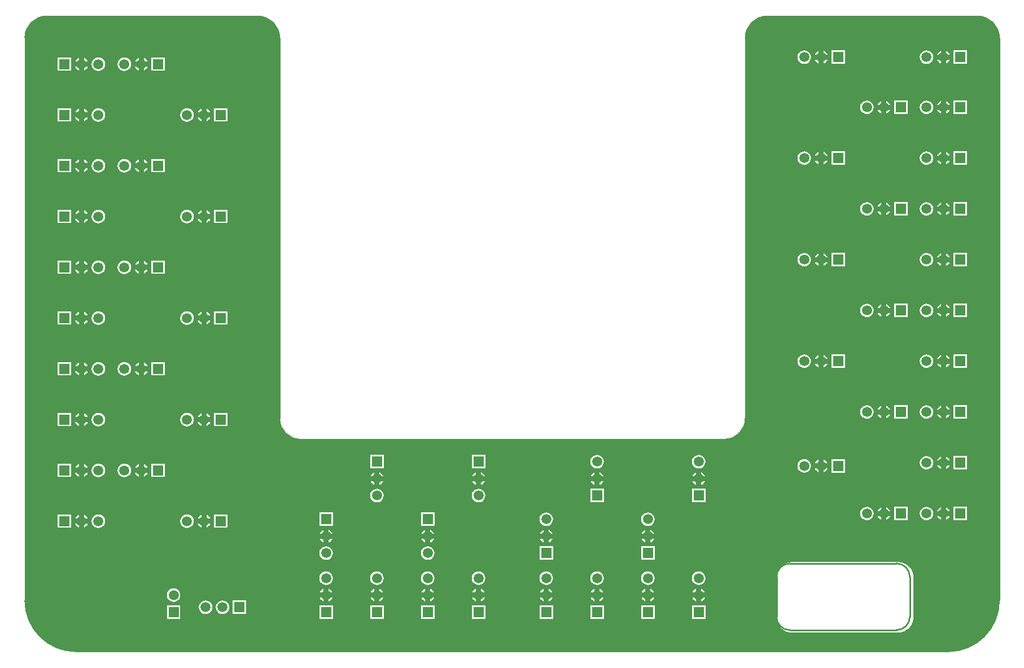
<source format=gbl>
G04*
G04 #@! TF.GenerationSoftware,Altium Limited,Altium Designer,18.1.9 (240)*
G04*
G04 Layer_Physical_Order=2*
G04 Layer_Color=16711680*
%FSLAX44Y44*%
%MOMM*%
G71*
G01*
G75*
%ADD10C,0.2540*%
%ADD17C,1.5000*%
%ADD18R,1.5000X1.5000*%
%ADD19R,1.5000X1.5000*%
G36*
X1434957Y951957D02*
X1438978Y950880D01*
X1442823Y949287D01*
X1446427Y947206D01*
X1449729Y944672D01*
X1452672Y941729D01*
X1455206Y938427D01*
X1457287Y934823D01*
X1458880Y930978D01*
X1459957Y926957D01*
X1460500Y922831D01*
Y920750D01*
Y76200D01*
Y72456D01*
X1459766Y65006D01*
X1458306Y57663D01*
X1456132Y50498D01*
X1453267Y43581D01*
X1449738Y36978D01*
X1445578Y30753D01*
X1440829Y24966D01*
X1435535Y19671D01*
X1429747Y14922D01*
X1423522Y10762D01*
X1416919Y7233D01*
X1410002Y4368D01*
X1402837Y2194D01*
X1395494Y734D01*
X1388044Y0D01*
X72456D01*
X65006Y734D01*
X57663Y2194D01*
X50498Y4368D01*
X43581Y7233D01*
X36978Y10762D01*
X30753Y14922D01*
X24966Y19671D01*
X19671Y24966D01*
X14922Y30753D01*
X10762Y36978D01*
X7233Y43581D01*
X4368Y50498D01*
X2194Y57663D01*
X734Y65006D01*
X0Y72456D01*
Y76200D01*
Y920750D01*
Y922831D01*
X543Y926957D01*
X1620Y930978D01*
X3213Y934823D01*
X5294Y938427D01*
X7828Y941729D01*
X10771Y944672D01*
X14073Y947206D01*
X17677Y949287D01*
X21522Y950880D01*
X25543Y951957D01*
X29669Y952500D01*
X351331D01*
X355457Y951957D01*
X359478Y950880D01*
X363323Y949287D01*
X366927Y947206D01*
X370229Y944672D01*
X373172Y941729D01*
X375706Y938427D01*
X377787Y934823D01*
X379380Y930978D01*
X380457Y926957D01*
X381000Y922831D01*
Y920750D01*
X381000D01*
X381000Y349250D01*
X381068Y347173D01*
X381610Y343056D01*
X382685Y339044D01*
X384274Y335207D01*
X386351Y331611D01*
X388879Y328316D01*
X391816Y325379D01*
X395111Y322851D01*
X398707Y320774D01*
X402544Y319185D01*
X406556Y318110D01*
X410673Y317568D01*
X412750Y317500D01*
X1048766D01*
X1050843Y317568D01*
X1054960Y318110D01*
X1058972Y319185D01*
X1062809Y320774D01*
X1066405Y322851D01*
X1069700Y325379D01*
X1072637Y328316D01*
X1075165Y331611D01*
X1077242Y335207D01*
X1078831Y339044D01*
X1079906Y343056D01*
X1080448Y347173D01*
X1080516Y349250D01*
Y920750D01*
Y922831D01*
X1081059Y926957D01*
X1082136Y930978D01*
X1083729Y934823D01*
X1085810Y938427D01*
X1088344Y941729D01*
X1091287Y944672D01*
X1094589Y947206D01*
X1098193Y949287D01*
X1102038Y950880D01*
X1106059Y951957D01*
X1110185Y952500D01*
X1430831D01*
X1434957Y951957D01*
D02*
G37*
%LPC*%
G36*
X1380998Y900829D02*
Y895350D01*
X1386477D01*
X1385958Y896603D01*
X1384349Y898701D01*
X1382251Y900310D01*
X1380998Y900829D01*
D02*
G37*
G36*
X1197610D02*
Y895350D01*
X1203089D01*
X1202570Y896603D01*
X1200961Y898701D01*
X1198863Y900310D01*
X1197610Y900829D01*
D02*
G37*
G36*
X1373378D02*
X1372125Y900310D01*
X1370027Y898701D01*
X1368418Y896603D01*
X1367899Y895350D01*
X1373378D01*
Y900829D01*
D02*
G37*
G36*
X1189990D02*
X1188737Y900310D01*
X1186639Y898701D01*
X1185030Y896603D01*
X1184511Y895350D01*
X1189990D01*
Y900829D01*
D02*
G37*
G36*
X177800Y890415D02*
Y884936D01*
X183279D01*
X182760Y886189D01*
X181151Y888287D01*
X179053Y889896D01*
X177800Y890415D01*
D02*
G37*
G36*
X88138D02*
Y884936D01*
X93617D01*
X93098Y886189D01*
X91489Y888287D01*
X89391Y889896D01*
X88138Y890415D01*
D02*
G37*
G36*
X80518D02*
X79265Y889896D01*
X77167Y888287D01*
X75558Y886189D01*
X75039Y884936D01*
X80518D01*
Y890415D01*
D02*
G37*
G36*
X170180D02*
X168927Y889896D01*
X166829Y888287D01*
X165220Y886189D01*
X164701Y884936D01*
X170180D01*
Y890415D01*
D02*
G37*
G36*
X1386477Y887730D02*
X1380998D01*
Y882251D01*
X1382251Y882770D01*
X1384349Y884379D01*
X1385958Y886477D01*
X1386477Y887730D01*
D02*
G37*
G36*
X1203089D02*
X1197610D01*
Y882251D01*
X1198863Y882770D01*
X1200961Y884379D01*
X1202570Y886477D01*
X1203089Y887730D01*
D02*
G37*
G36*
X1373378D02*
X1367899D01*
X1368418Y886477D01*
X1370027Y884379D01*
X1372125Y882770D01*
X1373378Y882251D01*
Y887730D01*
D02*
G37*
G36*
X1189990D02*
X1184511D01*
X1185030Y886477D01*
X1186639Y884379D01*
X1188737Y882770D01*
X1189990Y882251D01*
Y887730D01*
D02*
G37*
G36*
X1412628Y901580D02*
X1392548D01*
Y881500D01*
X1412628D01*
Y901580D01*
D02*
G37*
G36*
X1229240D02*
X1209160D01*
Y881500D01*
X1229240D01*
Y901580D01*
D02*
G37*
G36*
X1351788Y901667D02*
X1349167Y901322D01*
X1346725Y900310D01*
X1344627Y898701D01*
X1343018Y896603D01*
X1342006Y894161D01*
X1341661Y891540D01*
X1342006Y888919D01*
X1343018Y886477D01*
X1344627Y884379D01*
X1346725Y882770D01*
X1349167Y881758D01*
X1351788Y881413D01*
X1354409Y881758D01*
X1356851Y882770D01*
X1358949Y884379D01*
X1360558Y886477D01*
X1361570Y888919D01*
X1361915Y891540D01*
X1361570Y894161D01*
X1360558Y896603D01*
X1358949Y898701D01*
X1356851Y900310D01*
X1354409Y901322D01*
X1351788Y901667D01*
D02*
G37*
G36*
X1168400D02*
X1165779Y901322D01*
X1163337Y900310D01*
X1161239Y898701D01*
X1159630Y896603D01*
X1158618Y894161D01*
X1158273Y891540D01*
X1158618Y888919D01*
X1159630Y886477D01*
X1161239Y884379D01*
X1163337Y882770D01*
X1165779Y881758D01*
X1168400Y881413D01*
X1171021Y881758D01*
X1173463Y882770D01*
X1175561Y884379D01*
X1177170Y886477D01*
X1178182Y888919D01*
X1178527Y891540D01*
X1178182Y894161D01*
X1177170Y896603D01*
X1175561Y898701D01*
X1173463Y900310D01*
X1171021Y901322D01*
X1168400Y901667D01*
D02*
G37*
G36*
X183279Y877316D02*
X177800D01*
Y871837D01*
X179053Y872356D01*
X181151Y873965D01*
X182760Y876063D01*
X183279Y877316D01*
D02*
G37*
G36*
X93617D02*
X88138D01*
Y871837D01*
X89391Y872356D01*
X91489Y873965D01*
X93098Y876063D01*
X93617Y877316D01*
D02*
G37*
G36*
X80518D02*
X75039D01*
X75558Y876063D01*
X77167Y873965D01*
X79265Y872356D01*
X80518Y871837D01*
Y877316D01*
D02*
G37*
G36*
X170180D02*
X164701D01*
X165220Y876063D01*
X166829Y873965D01*
X168927Y872356D01*
X170180Y871837D01*
Y877316D01*
D02*
G37*
G36*
X209430Y891166D02*
X189350D01*
Y871086D01*
X209430D01*
Y891166D01*
D02*
G37*
G36*
X68968D02*
X48888D01*
Y871086D01*
X68968D01*
Y891166D01*
D02*
G37*
G36*
X148590Y891253D02*
X145969Y890908D01*
X143527Y889896D01*
X141429Y888287D01*
X139820Y886189D01*
X138808Y883747D01*
X138463Y881126D01*
X138808Y878505D01*
X139820Y876063D01*
X141429Y873965D01*
X143527Y872356D01*
X145969Y871344D01*
X148590Y870999D01*
X151211Y871344D01*
X153653Y872356D01*
X155751Y873965D01*
X157360Y876063D01*
X158372Y878505D01*
X158717Y881126D01*
X158372Y883747D01*
X157360Y886189D01*
X155751Y888287D01*
X153653Y889896D01*
X151211Y890908D01*
X148590Y891253D01*
D02*
G37*
G36*
X109728D02*
X107107Y890908D01*
X104665Y889896D01*
X102567Y888287D01*
X100958Y886189D01*
X99946Y883747D01*
X99601Y881126D01*
X99946Y878505D01*
X100958Y876063D01*
X102567Y873965D01*
X104665Y872356D01*
X107107Y871344D01*
X109728Y870999D01*
X112349Y871344D01*
X114791Y872356D01*
X116889Y873965D01*
X118498Y876063D01*
X119510Y878505D01*
X119855Y881126D01*
X119510Y883747D01*
X118498Y886189D01*
X116889Y888287D01*
X114791Y889896D01*
X112349Y890908D01*
X109728Y891253D01*
D02*
G37*
G36*
X1380998Y825645D02*
Y820166D01*
X1386477D01*
X1385958Y821419D01*
X1384349Y823517D01*
X1382251Y825126D01*
X1380998Y825645D01*
D02*
G37*
G36*
X1291590D02*
Y820166D01*
X1297069D01*
X1296550Y821419D01*
X1294941Y823517D01*
X1292843Y825126D01*
X1291590Y825645D01*
D02*
G37*
G36*
X1373378D02*
X1372125Y825126D01*
X1370027Y823517D01*
X1368418Y821419D01*
X1367899Y820166D01*
X1373378D01*
Y825645D01*
D02*
G37*
G36*
X1283970D02*
X1282717Y825126D01*
X1280619Y823517D01*
X1279010Y821419D01*
X1278491Y820166D01*
X1283970D01*
Y825645D01*
D02*
G37*
G36*
X271780Y814215D02*
Y808736D01*
X277259D01*
X276740Y809989D01*
X275131Y812087D01*
X273033Y813696D01*
X271780Y814215D01*
D02*
G37*
G36*
X88138D02*
Y808736D01*
X93617D01*
X93098Y809989D01*
X91489Y812087D01*
X89391Y813696D01*
X88138Y814215D01*
D02*
G37*
G36*
X80518D02*
X79265Y813696D01*
X77167Y812087D01*
X75558Y809989D01*
X75039Y808736D01*
X80518D01*
Y814215D01*
D02*
G37*
G36*
X264160D02*
X262907Y813696D01*
X260809Y812087D01*
X259200Y809989D01*
X258681Y808736D01*
X264160D01*
Y814215D01*
D02*
G37*
G36*
X1386477Y812546D02*
X1380998D01*
Y807067D01*
X1382251Y807586D01*
X1384349Y809195D01*
X1385958Y811293D01*
X1386477Y812546D01*
D02*
G37*
G36*
X1297069D02*
X1291590D01*
Y807067D01*
X1292843Y807586D01*
X1294941Y809195D01*
X1296550Y811293D01*
X1297069Y812546D01*
D02*
G37*
G36*
X1373378D02*
X1367899D01*
X1368418Y811293D01*
X1370027Y809195D01*
X1372125Y807586D01*
X1373378Y807067D01*
Y812546D01*
D02*
G37*
G36*
X1283970D02*
X1278491D01*
X1279010Y811293D01*
X1280619Y809195D01*
X1282717Y807586D01*
X1283970Y807067D01*
Y812546D01*
D02*
G37*
G36*
X1412628Y826396D02*
X1392548D01*
Y806316D01*
X1412628D01*
Y826396D01*
D02*
G37*
G36*
X1323220D02*
X1303140D01*
Y806316D01*
X1323220D01*
Y826396D01*
D02*
G37*
G36*
X1351788Y826483D02*
X1349167Y826138D01*
X1346725Y825126D01*
X1344627Y823517D01*
X1343018Y821419D01*
X1342006Y818977D01*
X1341661Y816356D01*
X1342006Y813735D01*
X1343018Y811293D01*
X1344627Y809195D01*
X1346725Y807586D01*
X1349167Y806574D01*
X1351788Y806229D01*
X1354409Y806574D01*
X1356851Y807586D01*
X1358949Y809195D01*
X1360558Y811293D01*
X1361570Y813735D01*
X1361915Y816356D01*
X1361570Y818977D01*
X1360558Y821419D01*
X1358949Y823517D01*
X1356851Y825126D01*
X1354409Y826138D01*
X1351788Y826483D01*
D02*
G37*
G36*
X1262380D02*
X1259759Y826138D01*
X1257317Y825126D01*
X1255219Y823517D01*
X1253610Y821419D01*
X1252598Y818977D01*
X1252253Y816356D01*
X1252598Y813735D01*
X1253610Y811293D01*
X1255219Y809195D01*
X1257317Y807586D01*
X1259759Y806574D01*
X1262380Y806229D01*
X1265001Y806574D01*
X1267443Y807586D01*
X1269541Y809195D01*
X1271150Y811293D01*
X1272162Y813735D01*
X1272507Y816356D01*
X1272162Y818977D01*
X1271150Y821419D01*
X1269541Y823517D01*
X1267443Y825126D01*
X1265001Y826138D01*
X1262380Y826483D01*
D02*
G37*
G36*
X277259Y801116D02*
X271780D01*
Y795637D01*
X273033Y796156D01*
X275131Y797765D01*
X276740Y799863D01*
X277259Y801116D01*
D02*
G37*
G36*
X93617D02*
X88138D01*
Y795637D01*
X89391Y796156D01*
X91489Y797765D01*
X93098Y799863D01*
X93617Y801116D01*
D02*
G37*
G36*
X80518D02*
X75039D01*
X75558Y799863D01*
X77167Y797765D01*
X79265Y796156D01*
X80518Y795637D01*
Y801116D01*
D02*
G37*
G36*
X264160D02*
X258681D01*
X259200Y799863D01*
X260809Y797765D01*
X262907Y796156D01*
X264160Y795637D01*
Y801116D01*
D02*
G37*
G36*
X303410Y814966D02*
X283330D01*
Y794886D01*
X303410D01*
Y814966D01*
D02*
G37*
G36*
X68968D02*
X48888D01*
Y794886D01*
X68968D01*
Y814966D01*
D02*
G37*
G36*
X242570Y815053D02*
X239949Y814708D01*
X237507Y813696D01*
X235409Y812087D01*
X233800Y809989D01*
X232788Y807547D01*
X232443Y804926D01*
X232788Y802305D01*
X233800Y799863D01*
X235409Y797765D01*
X237507Y796156D01*
X239949Y795144D01*
X242570Y794799D01*
X245191Y795144D01*
X247633Y796156D01*
X249731Y797765D01*
X251340Y799863D01*
X252352Y802305D01*
X252697Y804926D01*
X252352Y807547D01*
X251340Y809989D01*
X249731Y812087D01*
X247633Y813696D01*
X245191Y814708D01*
X242570Y815053D01*
D02*
G37*
G36*
X109728D02*
X107107Y814708D01*
X104665Y813696D01*
X102567Y812087D01*
X100958Y809989D01*
X99946Y807547D01*
X99601Y804926D01*
X99946Y802305D01*
X100958Y799863D01*
X102567Y797765D01*
X104665Y796156D01*
X107107Y795144D01*
X109728Y794799D01*
X112349Y795144D01*
X114791Y796156D01*
X116889Y797765D01*
X118498Y799863D01*
X119510Y802305D01*
X119855Y804926D01*
X119510Y807547D01*
X118498Y809989D01*
X116889Y812087D01*
X114791Y813696D01*
X112349Y814708D01*
X109728Y815053D01*
D02*
G37*
G36*
X1380998Y749445D02*
Y743966D01*
X1386477D01*
X1385958Y745219D01*
X1384349Y747317D01*
X1382251Y748926D01*
X1380998Y749445D01*
D02*
G37*
G36*
X1197610D02*
Y743966D01*
X1203089D01*
X1202570Y745219D01*
X1200961Y747317D01*
X1198863Y748926D01*
X1197610Y749445D01*
D02*
G37*
G36*
X1373378D02*
X1372125Y748926D01*
X1370027Y747317D01*
X1368418Y745219D01*
X1367899Y743966D01*
X1373378D01*
Y749445D01*
D02*
G37*
G36*
X1189990D02*
X1188737Y748926D01*
X1186639Y747317D01*
X1185030Y745219D01*
X1184511Y743966D01*
X1189990D01*
Y749445D01*
D02*
G37*
G36*
X177800Y738015D02*
Y732536D01*
X183279D01*
X182760Y733789D01*
X181151Y735887D01*
X179053Y737496D01*
X177800Y738015D01*
D02*
G37*
G36*
X88138D02*
Y732536D01*
X93617D01*
X93098Y733789D01*
X91489Y735887D01*
X89391Y737496D01*
X88138Y738015D01*
D02*
G37*
G36*
X80518D02*
X79265Y737496D01*
X77167Y735887D01*
X75558Y733789D01*
X75039Y732536D01*
X80518D01*
Y738015D01*
D02*
G37*
G36*
X170180D02*
X168927Y737496D01*
X166829Y735887D01*
X165220Y733789D01*
X164701Y732536D01*
X170180D01*
Y738015D01*
D02*
G37*
G36*
X1386477Y736346D02*
X1380998D01*
Y730867D01*
X1382251Y731386D01*
X1384349Y732995D01*
X1385958Y735093D01*
X1386477Y736346D01*
D02*
G37*
G36*
X1203089D02*
X1197610D01*
Y730867D01*
X1198863Y731386D01*
X1200961Y732995D01*
X1202570Y735093D01*
X1203089Y736346D01*
D02*
G37*
G36*
X1373378D02*
X1367899D01*
X1368418Y735093D01*
X1370027Y732995D01*
X1372125Y731386D01*
X1373378Y730867D01*
Y736346D01*
D02*
G37*
G36*
X1189990D02*
X1184511D01*
X1185030Y735093D01*
X1186639Y732995D01*
X1188737Y731386D01*
X1189990Y730867D01*
Y736346D01*
D02*
G37*
G36*
X1412628Y750196D02*
X1392548D01*
Y730116D01*
X1412628D01*
Y750196D01*
D02*
G37*
G36*
X1229240D02*
X1209160D01*
Y730116D01*
X1229240D01*
Y750196D01*
D02*
G37*
G36*
X1351788Y750283D02*
X1349167Y749938D01*
X1346725Y748926D01*
X1344627Y747317D01*
X1343018Y745219D01*
X1342006Y742777D01*
X1341661Y740156D01*
X1342006Y737535D01*
X1343018Y735093D01*
X1344627Y732995D01*
X1346725Y731386D01*
X1349167Y730374D01*
X1351788Y730029D01*
X1354409Y730374D01*
X1356851Y731386D01*
X1358949Y732995D01*
X1360558Y735093D01*
X1361570Y737535D01*
X1361915Y740156D01*
X1361570Y742777D01*
X1360558Y745219D01*
X1358949Y747317D01*
X1356851Y748926D01*
X1354409Y749938D01*
X1351788Y750283D01*
D02*
G37*
G36*
X1168400D02*
X1165779Y749938D01*
X1163337Y748926D01*
X1161239Y747317D01*
X1159630Y745219D01*
X1158618Y742777D01*
X1158273Y740156D01*
X1158618Y737535D01*
X1159630Y735093D01*
X1161239Y732995D01*
X1163337Y731386D01*
X1165779Y730374D01*
X1168400Y730029D01*
X1171021Y730374D01*
X1173463Y731386D01*
X1175561Y732995D01*
X1177170Y735093D01*
X1178182Y737535D01*
X1178527Y740156D01*
X1178182Y742777D01*
X1177170Y745219D01*
X1175561Y747317D01*
X1173463Y748926D01*
X1171021Y749938D01*
X1168400Y750283D01*
D02*
G37*
G36*
X183279Y724916D02*
X177800D01*
Y719437D01*
X179053Y719956D01*
X181151Y721565D01*
X182760Y723663D01*
X183279Y724916D01*
D02*
G37*
G36*
X93617D02*
X88138D01*
Y719437D01*
X89391Y719956D01*
X91489Y721565D01*
X93098Y723663D01*
X93617Y724916D01*
D02*
G37*
G36*
X80518D02*
X75039D01*
X75558Y723663D01*
X77167Y721565D01*
X79265Y719956D01*
X80518Y719437D01*
Y724916D01*
D02*
G37*
G36*
X170180D02*
X164701D01*
X165220Y723663D01*
X166829Y721565D01*
X168927Y719956D01*
X170180Y719437D01*
Y724916D01*
D02*
G37*
G36*
X209430Y738766D02*
X189350D01*
Y718686D01*
X209430D01*
Y738766D01*
D02*
G37*
G36*
X68968D02*
X48888D01*
Y718686D01*
X68968D01*
Y738766D01*
D02*
G37*
G36*
X148590Y738853D02*
X145969Y738508D01*
X143527Y737496D01*
X141429Y735887D01*
X139820Y733789D01*
X138808Y731347D01*
X138463Y728726D01*
X138808Y726105D01*
X139820Y723663D01*
X141429Y721565D01*
X143527Y719956D01*
X145969Y718944D01*
X148590Y718599D01*
X151211Y718944D01*
X153653Y719956D01*
X155751Y721565D01*
X157360Y723663D01*
X158372Y726105D01*
X158717Y728726D01*
X158372Y731347D01*
X157360Y733789D01*
X155751Y735887D01*
X153653Y737496D01*
X151211Y738508D01*
X148590Y738853D01*
D02*
G37*
G36*
X109728D02*
X107107Y738508D01*
X104665Y737496D01*
X102567Y735887D01*
X100958Y733789D01*
X99946Y731347D01*
X99601Y728726D01*
X99946Y726105D01*
X100958Y723663D01*
X102567Y721565D01*
X104665Y719956D01*
X107107Y718944D01*
X109728Y718599D01*
X112349Y718944D01*
X114791Y719956D01*
X116889Y721565D01*
X118498Y723663D01*
X119510Y726105D01*
X119855Y728726D01*
X119510Y731347D01*
X118498Y733789D01*
X116889Y735887D01*
X114791Y737496D01*
X112349Y738508D01*
X109728Y738853D01*
D02*
G37*
G36*
X1380998Y673245D02*
Y667766D01*
X1386477D01*
X1385958Y669019D01*
X1384349Y671117D01*
X1382251Y672726D01*
X1380998Y673245D01*
D02*
G37*
G36*
X1291590D02*
Y667766D01*
X1297069D01*
X1296550Y669019D01*
X1294941Y671117D01*
X1292843Y672726D01*
X1291590Y673245D01*
D02*
G37*
G36*
X1373378D02*
X1372125Y672726D01*
X1370027Y671117D01*
X1368418Y669019D01*
X1367899Y667766D01*
X1373378D01*
Y673245D01*
D02*
G37*
G36*
X1283970D02*
X1282717Y672726D01*
X1280619Y671117D01*
X1279010Y669019D01*
X1278491Y667766D01*
X1283970D01*
Y673245D01*
D02*
G37*
G36*
X271780Y661815D02*
Y656336D01*
X277259D01*
X276740Y657589D01*
X275131Y659687D01*
X273033Y661296D01*
X271780Y661815D01*
D02*
G37*
G36*
X88138D02*
Y656336D01*
X93617D01*
X93098Y657589D01*
X91489Y659687D01*
X89391Y661296D01*
X88138Y661815D01*
D02*
G37*
G36*
X80518D02*
X79265Y661296D01*
X77167Y659687D01*
X75558Y657589D01*
X75039Y656336D01*
X80518D01*
Y661815D01*
D02*
G37*
G36*
X264160D02*
X262907Y661296D01*
X260809Y659687D01*
X259200Y657589D01*
X258681Y656336D01*
X264160D01*
Y661815D01*
D02*
G37*
G36*
X1386477Y660146D02*
X1380998D01*
Y654667D01*
X1382251Y655186D01*
X1384349Y656795D01*
X1385958Y658893D01*
X1386477Y660146D01*
D02*
G37*
G36*
X1297069D02*
X1291590D01*
Y654667D01*
X1292843Y655186D01*
X1294941Y656795D01*
X1296550Y658893D01*
X1297069Y660146D01*
D02*
G37*
G36*
X1373378D02*
X1367899D01*
X1368418Y658893D01*
X1370027Y656795D01*
X1372125Y655186D01*
X1373378Y654667D01*
Y660146D01*
D02*
G37*
G36*
X1283970D02*
X1278491D01*
X1279010Y658893D01*
X1280619Y656795D01*
X1282717Y655186D01*
X1283970Y654667D01*
Y660146D01*
D02*
G37*
G36*
X1412628Y673996D02*
X1392548D01*
Y653916D01*
X1412628D01*
Y673996D01*
D02*
G37*
G36*
X1323220D02*
X1303140D01*
Y653916D01*
X1323220D01*
Y673996D01*
D02*
G37*
G36*
X1351788Y674083D02*
X1349167Y673738D01*
X1346725Y672726D01*
X1344627Y671117D01*
X1343018Y669019D01*
X1342006Y666577D01*
X1341661Y663956D01*
X1342006Y661335D01*
X1343018Y658893D01*
X1344627Y656795D01*
X1346725Y655186D01*
X1349167Y654174D01*
X1351788Y653829D01*
X1354409Y654174D01*
X1356851Y655186D01*
X1358949Y656795D01*
X1360558Y658893D01*
X1361570Y661335D01*
X1361915Y663956D01*
X1361570Y666577D01*
X1360558Y669019D01*
X1358949Y671117D01*
X1356851Y672726D01*
X1354409Y673738D01*
X1351788Y674083D01*
D02*
G37*
G36*
X1262380D02*
X1259759Y673738D01*
X1257317Y672726D01*
X1255219Y671117D01*
X1253610Y669019D01*
X1252598Y666577D01*
X1252253Y663956D01*
X1252598Y661335D01*
X1253610Y658893D01*
X1255219Y656795D01*
X1257317Y655186D01*
X1259759Y654174D01*
X1262380Y653829D01*
X1265001Y654174D01*
X1267443Y655186D01*
X1269541Y656795D01*
X1271150Y658893D01*
X1272162Y661335D01*
X1272507Y663956D01*
X1272162Y666577D01*
X1271150Y669019D01*
X1269541Y671117D01*
X1267443Y672726D01*
X1265001Y673738D01*
X1262380Y674083D01*
D02*
G37*
G36*
X277259Y648716D02*
X271780D01*
Y643237D01*
X273033Y643756D01*
X275131Y645365D01*
X276740Y647463D01*
X277259Y648716D01*
D02*
G37*
G36*
X93617D02*
X88138D01*
Y643237D01*
X89391Y643756D01*
X91489Y645365D01*
X93098Y647463D01*
X93617Y648716D01*
D02*
G37*
G36*
X80518D02*
X75039D01*
X75558Y647463D01*
X77167Y645365D01*
X79265Y643756D01*
X80518Y643237D01*
Y648716D01*
D02*
G37*
G36*
X264160D02*
X258681D01*
X259200Y647463D01*
X260809Y645365D01*
X262907Y643756D01*
X264160Y643237D01*
Y648716D01*
D02*
G37*
G36*
X303410Y662566D02*
X283330D01*
Y642486D01*
X303410D01*
Y662566D01*
D02*
G37*
G36*
X68968D02*
X48888D01*
Y642486D01*
X68968D01*
Y662566D01*
D02*
G37*
G36*
X242570Y662653D02*
X239949Y662308D01*
X237507Y661296D01*
X235409Y659687D01*
X233800Y657589D01*
X232788Y655147D01*
X232443Y652526D01*
X232788Y649905D01*
X233800Y647463D01*
X235409Y645365D01*
X237507Y643756D01*
X239949Y642744D01*
X242570Y642399D01*
X245191Y642744D01*
X247633Y643756D01*
X249731Y645365D01*
X251340Y647463D01*
X252352Y649905D01*
X252697Y652526D01*
X252352Y655147D01*
X251340Y657589D01*
X249731Y659687D01*
X247633Y661296D01*
X245191Y662308D01*
X242570Y662653D01*
D02*
G37*
G36*
X109728D02*
X107107Y662308D01*
X104665Y661296D01*
X102567Y659687D01*
X100958Y657589D01*
X99946Y655147D01*
X99601Y652526D01*
X99946Y649905D01*
X100958Y647463D01*
X102567Y645365D01*
X104665Y643756D01*
X107107Y642744D01*
X109728Y642399D01*
X112349Y642744D01*
X114791Y643756D01*
X116889Y645365D01*
X118498Y647463D01*
X119510Y649905D01*
X119855Y652526D01*
X119510Y655147D01*
X118498Y657589D01*
X116889Y659687D01*
X114791Y661296D01*
X112349Y662308D01*
X109728Y662653D01*
D02*
G37*
G36*
X1380998Y597045D02*
Y591566D01*
X1386477D01*
X1385958Y592819D01*
X1384349Y594917D01*
X1382251Y596526D01*
X1380998Y597045D01*
D02*
G37*
G36*
X1197610D02*
Y591566D01*
X1203089D01*
X1202570Y592819D01*
X1200961Y594917D01*
X1198863Y596526D01*
X1197610Y597045D01*
D02*
G37*
G36*
X1373378D02*
X1372125Y596526D01*
X1370027Y594917D01*
X1368418Y592819D01*
X1367899Y591566D01*
X1373378D01*
Y597045D01*
D02*
G37*
G36*
X1189990D02*
X1188737Y596526D01*
X1186639Y594917D01*
X1185030Y592819D01*
X1184511Y591566D01*
X1189990D01*
Y597045D01*
D02*
G37*
G36*
X177800Y585615D02*
Y580136D01*
X183279D01*
X182760Y581389D01*
X181151Y583487D01*
X179053Y585096D01*
X177800Y585615D01*
D02*
G37*
G36*
X88138D02*
Y580136D01*
X93617D01*
X93098Y581389D01*
X91489Y583487D01*
X89391Y585096D01*
X88138Y585615D01*
D02*
G37*
G36*
X80518D02*
X79265Y585096D01*
X77167Y583487D01*
X75558Y581389D01*
X75039Y580136D01*
X80518D01*
Y585615D01*
D02*
G37*
G36*
X170180D02*
X168927Y585096D01*
X166829Y583487D01*
X165220Y581389D01*
X164701Y580136D01*
X170180D01*
Y585615D01*
D02*
G37*
G36*
X1386477Y583946D02*
X1380998D01*
Y578467D01*
X1382251Y578986D01*
X1384349Y580595D01*
X1385958Y582693D01*
X1386477Y583946D01*
D02*
G37*
G36*
X1203089D02*
X1197610D01*
Y578467D01*
X1198863Y578986D01*
X1200961Y580595D01*
X1202570Y582693D01*
X1203089Y583946D01*
D02*
G37*
G36*
X1373378D02*
X1367899D01*
X1368418Y582693D01*
X1370027Y580595D01*
X1372125Y578986D01*
X1373378Y578467D01*
Y583946D01*
D02*
G37*
G36*
X1189990D02*
X1184511D01*
X1185030Y582693D01*
X1186639Y580595D01*
X1188737Y578986D01*
X1189990Y578467D01*
Y583946D01*
D02*
G37*
G36*
X1412628Y597796D02*
X1392548D01*
Y577716D01*
X1412628D01*
Y597796D01*
D02*
G37*
G36*
X1229240D02*
X1209160D01*
Y577716D01*
X1229240D01*
Y597796D01*
D02*
G37*
G36*
X1351788Y597883D02*
X1349167Y597538D01*
X1346725Y596526D01*
X1344627Y594917D01*
X1343018Y592819D01*
X1342006Y590377D01*
X1341661Y587756D01*
X1342006Y585135D01*
X1343018Y582693D01*
X1344627Y580595D01*
X1346725Y578986D01*
X1349167Y577974D01*
X1351788Y577629D01*
X1354409Y577974D01*
X1356851Y578986D01*
X1358949Y580595D01*
X1360558Y582693D01*
X1361570Y585135D01*
X1361915Y587756D01*
X1361570Y590377D01*
X1360558Y592819D01*
X1358949Y594917D01*
X1356851Y596526D01*
X1354409Y597538D01*
X1351788Y597883D01*
D02*
G37*
G36*
X1168400D02*
X1165779Y597538D01*
X1163337Y596526D01*
X1161239Y594917D01*
X1159630Y592819D01*
X1158618Y590377D01*
X1158273Y587756D01*
X1158618Y585135D01*
X1159630Y582693D01*
X1161239Y580595D01*
X1163337Y578986D01*
X1165779Y577974D01*
X1168400Y577629D01*
X1171021Y577974D01*
X1173463Y578986D01*
X1175561Y580595D01*
X1177170Y582693D01*
X1178182Y585135D01*
X1178527Y587756D01*
X1178182Y590377D01*
X1177170Y592819D01*
X1175561Y594917D01*
X1173463Y596526D01*
X1171021Y597538D01*
X1168400Y597883D01*
D02*
G37*
G36*
X183279Y572516D02*
X177800D01*
Y567037D01*
X179053Y567556D01*
X181151Y569165D01*
X182760Y571263D01*
X183279Y572516D01*
D02*
G37*
G36*
X93617D02*
X88138D01*
Y567037D01*
X89391Y567556D01*
X91489Y569165D01*
X93098Y571263D01*
X93617Y572516D01*
D02*
G37*
G36*
X80518D02*
X75039D01*
X75558Y571263D01*
X77167Y569165D01*
X79265Y567556D01*
X80518Y567037D01*
Y572516D01*
D02*
G37*
G36*
X170180D02*
X164701D01*
X165220Y571263D01*
X166829Y569165D01*
X168927Y567556D01*
X170180Y567037D01*
Y572516D01*
D02*
G37*
G36*
X209430Y586366D02*
X189350D01*
Y566286D01*
X209430D01*
Y586366D01*
D02*
G37*
G36*
X68968D02*
X48888D01*
Y566286D01*
X68968D01*
Y586366D01*
D02*
G37*
G36*
X148590Y586453D02*
X145969Y586108D01*
X143527Y585096D01*
X141429Y583487D01*
X139820Y581389D01*
X138808Y578947D01*
X138463Y576326D01*
X138808Y573705D01*
X139820Y571263D01*
X141429Y569165D01*
X143527Y567556D01*
X145969Y566544D01*
X148590Y566199D01*
X151211Y566544D01*
X153653Y567556D01*
X155751Y569165D01*
X157360Y571263D01*
X158372Y573705D01*
X158717Y576326D01*
X158372Y578947D01*
X157360Y581389D01*
X155751Y583487D01*
X153653Y585096D01*
X151211Y586108D01*
X148590Y586453D01*
D02*
G37*
G36*
X109728D02*
X107107Y586108D01*
X104665Y585096D01*
X102567Y583487D01*
X100958Y581389D01*
X99946Y578947D01*
X99601Y576326D01*
X99946Y573705D01*
X100958Y571263D01*
X102567Y569165D01*
X104665Y567556D01*
X107107Y566544D01*
X109728Y566199D01*
X112349Y566544D01*
X114791Y567556D01*
X116889Y569165D01*
X118498Y571263D01*
X119510Y573705D01*
X119855Y576326D01*
X119510Y578947D01*
X118498Y581389D01*
X116889Y583487D01*
X114791Y585096D01*
X112349Y586108D01*
X109728Y586453D01*
D02*
G37*
G36*
X1380998Y520845D02*
Y515366D01*
X1386477D01*
X1385958Y516619D01*
X1384349Y518717D01*
X1382251Y520326D01*
X1380998Y520845D01*
D02*
G37*
G36*
X1291590D02*
Y515366D01*
X1297069D01*
X1296550Y516619D01*
X1294941Y518717D01*
X1292843Y520326D01*
X1291590Y520845D01*
D02*
G37*
G36*
X1373378D02*
X1372125Y520326D01*
X1370027Y518717D01*
X1368418Y516619D01*
X1367899Y515366D01*
X1373378D01*
Y520845D01*
D02*
G37*
G36*
X1283970D02*
X1282717Y520326D01*
X1280619Y518717D01*
X1279010Y516619D01*
X1278491Y515366D01*
X1283970D01*
Y520845D01*
D02*
G37*
G36*
X271780Y509415D02*
Y503936D01*
X277259D01*
X276740Y505189D01*
X275131Y507287D01*
X273033Y508896D01*
X271780Y509415D01*
D02*
G37*
G36*
X88138D02*
Y503936D01*
X93617D01*
X93098Y505189D01*
X91489Y507287D01*
X89391Y508896D01*
X88138Y509415D01*
D02*
G37*
G36*
X80518D02*
X79265Y508896D01*
X77167Y507287D01*
X75558Y505189D01*
X75039Y503936D01*
X80518D01*
Y509415D01*
D02*
G37*
G36*
X264160D02*
X262907Y508896D01*
X260809Y507287D01*
X259200Y505189D01*
X258681Y503936D01*
X264160D01*
Y509415D01*
D02*
G37*
G36*
X1386477Y507746D02*
X1380998D01*
Y502267D01*
X1382251Y502786D01*
X1384349Y504395D01*
X1385958Y506493D01*
X1386477Y507746D01*
D02*
G37*
G36*
X1297069D02*
X1291590D01*
Y502267D01*
X1292843Y502786D01*
X1294941Y504395D01*
X1296550Y506493D01*
X1297069Y507746D01*
D02*
G37*
G36*
X1373378D02*
X1367899D01*
X1368418Y506493D01*
X1370027Y504395D01*
X1372125Y502786D01*
X1373378Y502267D01*
Y507746D01*
D02*
G37*
G36*
X1283970D02*
X1278491D01*
X1279010Y506493D01*
X1280619Y504395D01*
X1282717Y502786D01*
X1283970Y502267D01*
Y507746D01*
D02*
G37*
G36*
X1412628Y521596D02*
X1392548D01*
Y501516D01*
X1412628D01*
Y521596D01*
D02*
G37*
G36*
X1323220D02*
X1303140D01*
Y501516D01*
X1323220D01*
Y521596D01*
D02*
G37*
G36*
X1351788Y521683D02*
X1349167Y521338D01*
X1346725Y520326D01*
X1344627Y518717D01*
X1343018Y516619D01*
X1342006Y514177D01*
X1341661Y511556D01*
X1342006Y508935D01*
X1343018Y506493D01*
X1344627Y504395D01*
X1346725Y502786D01*
X1349167Y501774D01*
X1351788Y501429D01*
X1354409Y501774D01*
X1356851Y502786D01*
X1358949Y504395D01*
X1360558Y506493D01*
X1361570Y508935D01*
X1361915Y511556D01*
X1361570Y514177D01*
X1360558Y516619D01*
X1358949Y518717D01*
X1356851Y520326D01*
X1354409Y521338D01*
X1351788Y521683D01*
D02*
G37*
G36*
X1262380D02*
X1259759Y521338D01*
X1257317Y520326D01*
X1255219Y518717D01*
X1253610Y516619D01*
X1252598Y514177D01*
X1252253Y511556D01*
X1252598Y508935D01*
X1253610Y506493D01*
X1255219Y504395D01*
X1257317Y502786D01*
X1259759Y501774D01*
X1262380Y501429D01*
X1265001Y501774D01*
X1267443Y502786D01*
X1269541Y504395D01*
X1271150Y506493D01*
X1272162Y508935D01*
X1272507Y511556D01*
X1272162Y514177D01*
X1271150Y516619D01*
X1269541Y518717D01*
X1267443Y520326D01*
X1265001Y521338D01*
X1262380Y521683D01*
D02*
G37*
G36*
X277259Y496316D02*
X271780D01*
Y490837D01*
X273033Y491356D01*
X275131Y492965D01*
X276740Y495063D01*
X277259Y496316D01*
D02*
G37*
G36*
X93617D02*
X88138D01*
Y490837D01*
X89391Y491356D01*
X91489Y492965D01*
X93098Y495063D01*
X93617Y496316D01*
D02*
G37*
G36*
X80518D02*
X75039D01*
X75558Y495063D01*
X77167Y492965D01*
X79265Y491356D01*
X80518Y490837D01*
Y496316D01*
D02*
G37*
G36*
X264160D02*
X258681D01*
X259200Y495063D01*
X260809Y492965D01*
X262907Y491356D01*
X264160Y490837D01*
Y496316D01*
D02*
G37*
G36*
X303410Y510166D02*
X283330D01*
Y490086D01*
X303410D01*
Y510166D01*
D02*
G37*
G36*
X68968D02*
X48888D01*
Y490086D01*
X68968D01*
Y510166D01*
D02*
G37*
G36*
X242570Y510253D02*
X239949Y509908D01*
X237507Y508896D01*
X235409Y507287D01*
X233800Y505189D01*
X232788Y502747D01*
X232443Y500126D01*
X232788Y497505D01*
X233800Y495063D01*
X235409Y492965D01*
X237507Y491356D01*
X239949Y490344D01*
X242570Y489999D01*
X245191Y490344D01*
X247633Y491356D01*
X249731Y492965D01*
X251340Y495063D01*
X252352Y497505D01*
X252697Y500126D01*
X252352Y502747D01*
X251340Y505189D01*
X249731Y507287D01*
X247633Y508896D01*
X245191Y509908D01*
X242570Y510253D01*
D02*
G37*
G36*
X109728D02*
X107107Y509908D01*
X104665Y508896D01*
X102567Y507287D01*
X100958Y505189D01*
X99946Y502747D01*
X99601Y500126D01*
X99946Y497505D01*
X100958Y495063D01*
X102567Y492965D01*
X104665Y491356D01*
X107107Y490344D01*
X109728Y489999D01*
X112349Y490344D01*
X114791Y491356D01*
X116889Y492965D01*
X118498Y495063D01*
X119510Y497505D01*
X119855Y500126D01*
X119510Y502747D01*
X118498Y505189D01*
X116889Y507287D01*
X114791Y508896D01*
X112349Y509908D01*
X109728Y510253D01*
D02*
G37*
G36*
X1380998Y444645D02*
Y439166D01*
X1386477D01*
X1385958Y440419D01*
X1384349Y442517D01*
X1382251Y444126D01*
X1380998Y444645D01*
D02*
G37*
G36*
X1197610D02*
Y439166D01*
X1203089D01*
X1202570Y440419D01*
X1200961Y442517D01*
X1198863Y444126D01*
X1197610Y444645D01*
D02*
G37*
G36*
X1373378D02*
X1372125Y444126D01*
X1370027Y442517D01*
X1368418Y440419D01*
X1367899Y439166D01*
X1373378D01*
Y444645D01*
D02*
G37*
G36*
X1189990D02*
X1188737Y444126D01*
X1186639Y442517D01*
X1185030Y440419D01*
X1184511Y439166D01*
X1189990D01*
Y444645D01*
D02*
G37*
G36*
X177800Y433215D02*
Y427736D01*
X183279D01*
X182760Y428989D01*
X181151Y431087D01*
X179053Y432696D01*
X177800Y433215D01*
D02*
G37*
G36*
X88138D02*
Y427736D01*
X93617D01*
X93098Y428989D01*
X91489Y431087D01*
X89391Y432696D01*
X88138Y433215D01*
D02*
G37*
G36*
X80518D02*
X79265Y432696D01*
X77167Y431087D01*
X75558Y428989D01*
X75039Y427736D01*
X80518D01*
Y433215D01*
D02*
G37*
G36*
X170180D02*
X168927Y432696D01*
X166829Y431087D01*
X165220Y428989D01*
X164701Y427736D01*
X170180D01*
Y433215D01*
D02*
G37*
G36*
X1386477Y431546D02*
X1380998D01*
Y426067D01*
X1382251Y426586D01*
X1384349Y428195D01*
X1385958Y430293D01*
X1386477Y431546D01*
D02*
G37*
G36*
X1203089D02*
X1197610D01*
Y426067D01*
X1198863Y426586D01*
X1200961Y428195D01*
X1202570Y430293D01*
X1203089Y431546D01*
D02*
G37*
G36*
X1373378D02*
X1367899D01*
X1368418Y430293D01*
X1370027Y428195D01*
X1372125Y426586D01*
X1373378Y426067D01*
Y431546D01*
D02*
G37*
G36*
X1189990D02*
X1184511D01*
X1185030Y430293D01*
X1186639Y428195D01*
X1188737Y426586D01*
X1189990Y426067D01*
Y431546D01*
D02*
G37*
G36*
X1412628Y445396D02*
X1392548D01*
Y425316D01*
X1412628D01*
Y445396D01*
D02*
G37*
G36*
X1229240D02*
X1209160D01*
Y425316D01*
X1229240D01*
Y445396D01*
D02*
G37*
G36*
X1351788Y445483D02*
X1349167Y445138D01*
X1346725Y444126D01*
X1344627Y442517D01*
X1343018Y440419D01*
X1342006Y437977D01*
X1341661Y435356D01*
X1342006Y432735D01*
X1343018Y430293D01*
X1344627Y428195D01*
X1346725Y426586D01*
X1349167Y425574D01*
X1351788Y425229D01*
X1354409Y425574D01*
X1356851Y426586D01*
X1358949Y428195D01*
X1360558Y430293D01*
X1361570Y432735D01*
X1361915Y435356D01*
X1361570Y437977D01*
X1360558Y440419D01*
X1358949Y442517D01*
X1356851Y444126D01*
X1354409Y445138D01*
X1351788Y445483D01*
D02*
G37*
G36*
X1168400D02*
X1165779Y445138D01*
X1163337Y444126D01*
X1161239Y442517D01*
X1159630Y440419D01*
X1158618Y437977D01*
X1158273Y435356D01*
X1158618Y432735D01*
X1159630Y430293D01*
X1161239Y428195D01*
X1163337Y426586D01*
X1165779Y425574D01*
X1168400Y425229D01*
X1171021Y425574D01*
X1173463Y426586D01*
X1175561Y428195D01*
X1177170Y430293D01*
X1178182Y432735D01*
X1178527Y435356D01*
X1178182Y437977D01*
X1177170Y440419D01*
X1175561Y442517D01*
X1173463Y444126D01*
X1171021Y445138D01*
X1168400Y445483D01*
D02*
G37*
G36*
X183279Y420116D02*
X177800D01*
Y414637D01*
X179053Y415156D01*
X181151Y416765D01*
X182760Y418863D01*
X183279Y420116D01*
D02*
G37*
G36*
X93617D02*
X88138D01*
Y414637D01*
X89391Y415156D01*
X91489Y416765D01*
X93098Y418863D01*
X93617Y420116D01*
D02*
G37*
G36*
X80518D02*
X75039D01*
X75558Y418863D01*
X77167Y416765D01*
X79265Y415156D01*
X80518Y414637D01*
Y420116D01*
D02*
G37*
G36*
X170180D02*
X164701D01*
X165220Y418863D01*
X166829Y416765D01*
X168927Y415156D01*
X170180Y414637D01*
Y420116D01*
D02*
G37*
G36*
X209430Y433966D02*
X189350D01*
Y413886D01*
X209430D01*
Y433966D01*
D02*
G37*
G36*
X68968D02*
X48888D01*
Y413886D01*
X68968D01*
Y433966D01*
D02*
G37*
G36*
X148590Y434053D02*
X145969Y433708D01*
X143527Y432696D01*
X141429Y431087D01*
X139820Y428989D01*
X138808Y426547D01*
X138463Y423926D01*
X138808Y421305D01*
X139820Y418863D01*
X141429Y416765D01*
X143527Y415156D01*
X145969Y414144D01*
X148590Y413799D01*
X151211Y414144D01*
X153653Y415156D01*
X155751Y416765D01*
X157360Y418863D01*
X158372Y421305D01*
X158717Y423926D01*
X158372Y426547D01*
X157360Y428989D01*
X155751Y431087D01*
X153653Y432696D01*
X151211Y433708D01*
X148590Y434053D01*
D02*
G37*
G36*
X109728D02*
X107107Y433708D01*
X104665Y432696D01*
X102567Y431087D01*
X100958Y428989D01*
X99946Y426547D01*
X99601Y423926D01*
X99946Y421305D01*
X100958Y418863D01*
X102567Y416765D01*
X104665Y415156D01*
X107107Y414144D01*
X109728Y413799D01*
X112349Y414144D01*
X114791Y415156D01*
X116889Y416765D01*
X118498Y418863D01*
X119510Y421305D01*
X119855Y423926D01*
X119510Y426547D01*
X118498Y428989D01*
X116889Y431087D01*
X114791Y432696D01*
X112349Y433708D01*
X109728Y434053D01*
D02*
G37*
G36*
X1380998Y368445D02*
Y362966D01*
X1386477D01*
X1385958Y364219D01*
X1384349Y366317D01*
X1382251Y367926D01*
X1380998Y368445D01*
D02*
G37*
G36*
X1291590D02*
Y362966D01*
X1297069D01*
X1296550Y364219D01*
X1294941Y366317D01*
X1292843Y367926D01*
X1291590Y368445D01*
D02*
G37*
G36*
X1373378D02*
X1372125Y367926D01*
X1370027Y366317D01*
X1368418Y364219D01*
X1367899Y362966D01*
X1373378D01*
Y368445D01*
D02*
G37*
G36*
X1283970D02*
X1282717Y367926D01*
X1280619Y366317D01*
X1279010Y364219D01*
X1278491Y362966D01*
X1283970D01*
Y368445D01*
D02*
G37*
G36*
X271780Y357015D02*
Y351536D01*
X277259D01*
X276740Y352789D01*
X275131Y354887D01*
X273033Y356496D01*
X271780Y357015D01*
D02*
G37*
G36*
X88138D02*
Y351536D01*
X93617D01*
X93098Y352789D01*
X91489Y354887D01*
X89391Y356496D01*
X88138Y357015D01*
D02*
G37*
G36*
X80518D02*
X79265Y356496D01*
X77167Y354887D01*
X75558Y352789D01*
X75039Y351536D01*
X80518D01*
Y357015D01*
D02*
G37*
G36*
X264160D02*
X262907Y356496D01*
X260809Y354887D01*
X259200Y352789D01*
X258681Y351536D01*
X264160D01*
Y357015D01*
D02*
G37*
G36*
X1386477Y355346D02*
X1380998D01*
Y349867D01*
X1382251Y350386D01*
X1384349Y351995D01*
X1385958Y354093D01*
X1386477Y355346D01*
D02*
G37*
G36*
X1297069D02*
X1291590D01*
Y349867D01*
X1292843Y350386D01*
X1294941Y351995D01*
X1296550Y354093D01*
X1297069Y355346D01*
D02*
G37*
G36*
X1373378D02*
X1367899D01*
X1368418Y354093D01*
X1370027Y351995D01*
X1372125Y350386D01*
X1373378Y349867D01*
Y355346D01*
D02*
G37*
G36*
X1283970D02*
X1278491D01*
X1279010Y354093D01*
X1280619Y351995D01*
X1282717Y350386D01*
X1283970Y349867D01*
Y355346D01*
D02*
G37*
G36*
X1412628Y369196D02*
X1392548D01*
Y349116D01*
X1412628D01*
Y369196D01*
D02*
G37*
G36*
X1323220D02*
X1303140D01*
Y349116D01*
X1323220D01*
Y369196D01*
D02*
G37*
G36*
X1351788Y369283D02*
X1349167Y368938D01*
X1346725Y367926D01*
X1344627Y366317D01*
X1343018Y364219D01*
X1342006Y361777D01*
X1341661Y359156D01*
X1342006Y356535D01*
X1343018Y354093D01*
X1344627Y351995D01*
X1346725Y350386D01*
X1349167Y349374D01*
X1351788Y349029D01*
X1354409Y349374D01*
X1356851Y350386D01*
X1358949Y351995D01*
X1360558Y354093D01*
X1361570Y356535D01*
X1361915Y359156D01*
X1361570Y361777D01*
X1360558Y364219D01*
X1358949Y366317D01*
X1356851Y367926D01*
X1354409Y368938D01*
X1351788Y369283D01*
D02*
G37*
G36*
X1262380D02*
X1259759Y368938D01*
X1257317Y367926D01*
X1255219Y366317D01*
X1253610Y364219D01*
X1252598Y361777D01*
X1252253Y359156D01*
X1252598Y356535D01*
X1253610Y354093D01*
X1255219Y351995D01*
X1257317Y350386D01*
X1259759Y349374D01*
X1262380Y349029D01*
X1265001Y349374D01*
X1267443Y350386D01*
X1269541Y351995D01*
X1271150Y354093D01*
X1272162Y356535D01*
X1272507Y359156D01*
X1272162Y361777D01*
X1271150Y364219D01*
X1269541Y366317D01*
X1267443Y367926D01*
X1265001Y368938D01*
X1262380Y369283D01*
D02*
G37*
G36*
X277259Y343916D02*
X271780D01*
Y338437D01*
X273033Y338956D01*
X275131Y340565D01*
X276740Y342663D01*
X277259Y343916D01*
D02*
G37*
G36*
X93617D02*
X88138D01*
Y338437D01*
X89391Y338956D01*
X91489Y340565D01*
X93098Y342663D01*
X93617Y343916D01*
D02*
G37*
G36*
X80518D02*
X75039D01*
X75558Y342663D01*
X77167Y340565D01*
X79265Y338956D01*
X80518Y338437D01*
Y343916D01*
D02*
G37*
G36*
X264160D02*
X258681D01*
X259200Y342663D01*
X260809Y340565D01*
X262907Y338956D01*
X264160Y338437D01*
Y343916D01*
D02*
G37*
G36*
X303410Y357766D02*
X283330D01*
Y337686D01*
X303410D01*
Y357766D01*
D02*
G37*
G36*
X68968D02*
X48888D01*
Y337686D01*
X68968D01*
Y357766D01*
D02*
G37*
G36*
X242570Y357853D02*
X239949Y357508D01*
X237507Y356496D01*
X235409Y354887D01*
X233800Y352789D01*
X232788Y350347D01*
X232443Y347726D01*
X232788Y345105D01*
X233800Y342663D01*
X235409Y340565D01*
X237507Y338956D01*
X239949Y337944D01*
X242570Y337599D01*
X245191Y337944D01*
X247633Y338956D01*
X249731Y340565D01*
X251340Y342663D01*
X252352Y345105D01*
X252697Y347726D01*
X252352Y350347D01*
X251340Y352789D01*
X249731Y354887D01*
X247633Y356496D01*
X245191Y357508D01*
X242570Y357853D01*
D02*
G37*
G36*
X109728D02*
X107107Y357508D01*
X104665Y356496D01*
X102567Y354887D01*
X100958Y352789D01*
X99946Y350347D01*
X99601Y347726D01*
X99946Y345105D01*
X100958Y342663D01*
X102567Y340565D01*
X104665Y338956D01*
X107107Y337944D01*
X109728Y337599D01*
X112349Y337944D01*
X114791Y338956D01*
X116889Y340565D01*
X118498Y342663D01*
X119510Y345105D01*
X119855Y347726D01*
X119510Y350347D01*
X118498Y352789D01*
X116889Y354887D01*
X114791Y356496D01*
X112349Y357508D01*
X109728Y357853D01*
D02*
G37*
G36*
X1380998Y292245D02*
Y286766D01*
X1386477D01*
X1385958Y288019D01*
X1384349Y290117D01*
X1382251Y291726D01*
X1380998Y292245D01*
D02*
G37*
G36*
X1373378D02*
X1372125Y291726D01*
X1370027Y290117D01*
X1368418Y288019D01*
X1367899Y286766D01*
X1373378D01*
Y292245D01*
D02*
G37*
G36*
X1197610Y287419D02*
Y281940D01*
X1203089D01*
X1202570Y283193D01*
X1200961Y285291D01*
X1198863Y286900D01*
X1197610Y287419D01*
D02*
G37*
G36*
X1189990D02*
X1188737Y286900D01*
X1186639Y285291D01*
X1185030Y283193D01*
X1184511Y281940D01*
X1189990D01*
Y287419D01*
D02*
G37*
G36*
X177800Y280815D02*
Y275336D01*
X183279D01*
X182760Y276589D01*
X181151Y278687D01*
X179053Y280296D01*
X177800Y280815D01*
D02*
G37*
G36*
X88138D02*
Y275336D01*
X93617D01*
X93098Y276589D01*
X91489Y278687D01*
X89391Y280296D01*
X88138Y280815D01*
D02*
G37*
G36*
X80518D02*
X79265Y280296D01*
X77167Y278687D01*
X75558Y276589D01*
X75039Y275336D01*
X80518D01*
Y280815D01*
D02*
G37*
G36*
X170180D02*
X168927Y280296D01*
X166829Y278687D01*
X165220Y276589D01*
X164701Y275336D01*
X170180D01*
Y280815D01*
D02*
G37*
G36*
X689998Y294520D02*
X669918D01*
Y274440D01*
X689998D01*
Y294520D01*
D02*
G37*
G36*
X537598D02*
X517518D01*
Y274440D01*
X537598D01*
Y294520D01*
D02*
G37*
G36*
X1010158Y294607D02*
X1007537Y294262D01*
X1005095Y293250D01*
X1002997Y291641D01*
X1001388Y289543D01*
X1000376Y287101D01*
X1000031Y284480D01*
X1000376Y281859D01*
X1001388Y279417D01*
X1002997Y277319D01*
X1005095Y275710D01*
X1007537Y274698D01*
X1010158Y274353D01*
X1012779Y274698D01*
X1015221Y275710D01*
X1017319Y277319D01*
X1018928Y279417D01*
X1019940Y281859D01*
X1020285Y284480D01*
X1019940Y287101D01*
X1018928Y289543D01*
X1017319Y291641D01*
X1015221Y293250D01*
X1012779Y294262D01*
X1010158Y294607D01*
D02*
G37*
G36*
X857758D02*
X855137Y294262D01*
X852695Y293250D01*
X850597Y291641D01*
X848988Y289543D01*
X847976Y287101D01*
X847631Y284480D01*
X847976Y281859D01*
X848988Y279417D01*
X850597Y277319D01*
X852695Y275710D01*
X855137Y274698D01*
X857758Y274353D01*
X860379Y274698D01*
X862821Y275710D01*
X864919Y277319D01*
X866528Y279417D01*
X867540Y281859D01*
X867885Y284480D01*
X867540Y287101D01*
X866528Y289543D01*
X864919Y291641D01*
X862821Y293250D01*
X860379Y294262D01*
X857758Y294607D01*
D02*
G37*
G36*
X1386477Y279146D02*
X1380998D01*
Y273667D01*
X1382251Y274186D01*
X1384349Y275795D01*
X1385958Y277893D01*
X1386477Y279146D01*
D02*
G37*
G36*
X1373378D02*
X1367899D01*
X1368418Y277893D01*
X1370027Y275795D01*
X1372125Y274186D01*
X1373378Y273667D01*
Y279146D01*
D02*
G37*
G36*
X1412628Y292996D02*
X1392548D01*
Y272916D01*
X1412628D01*
Y292996D01*
D02*
G37*
G36*
X1351788Y293083D02*
X1349167Y292738D01*
X1346725Y291726D01*
X1344627Y290117D01*
X1343018Y288019D01*
X1342006Y285577D01*
X1341661Y282956D01*
X1342006Y280335D01*
X1343018Y277893D01*
X1344627Y275795D01*
X1346725Y274186D01*
X1349167Y273174D01*
X1351788Y272829D01*
X1354409Y273174D01*
X1356851Y274186D01*
X1358949Y275795D01*
X1360558Y277893D01*
X1361570Y280335D01*
X1361915Y282956D01*
X1361570Y285577D01*
X1360558Y288019D01*
X1358949Y290117D01*
X1356851Y291726D01*
X1354409Y292738D01*
X1351788Y293083D01*
D02*
G37*
G36*
X1203089Y274320D02*
X1197610D01*
Y268841D01*
X1198863Y269360D01*
X1200961Y270969D01*
X1202570Y273067D01*
X1203089Y274320D01*
D02*
G37*
G36*
X1189990D02*
X1184511D01*
X1185030Y273067D01*
X1186639Y270969D01*
X1188737Y269360D01*
X1189990Y268841D01*
Y274320D01*
D02*
G37*
G36*
X1229240Y288170D02*
X1209160D01*
Y268090D01*
X1229240D01*
Y288170D01*
D02*
G37*
G36*
X1168400Y288257D02*
X1165779Y287912D01*
X1163337Y286900D01*
X1161239Y285291D01*
X1159630Y283193D01*
X1158618Y280751D01*
X1158273Y278130D01*
X1158618Y275509D01*
X1159630Y273067D01*
X1161239Y270969D01*
X1163337Y269360D01*
X1165779Y268348D01*
X1168400Y268003D01*
X1171021Y268348D01*
X1173463Y269360D01*
X1175561Y270969D01*
X1177170Y273067D01*
X1178182Y275509D01*
X1178527Y278130D01*
X1178182Y280751D01*
X1177170Y283193D01*
X1175561Y285291D01*
X1173463Y286900D01*
X1171021Y287912D01*
X1168400Y288257D01*
D02*
G37*
G36*
X1013968Y268369D02*
Y262890D01*
X1019447D01*
X1018928Y264143D01*
X1017319Y266241D01*
X1015221Y267850D01*
X1013968Y268369D01*
D02*
G37*
G36*
X861568D02*
Y262890D01*
X867047D01*
X866528Y264143D01*
X864919Y266241D01*
X862821Y267850D01*
X861568Y268369D01*
D02*
G37*
G36*
X683768D02*
Y262890D01*
X689247D01*
X688728Y264143D01*
X687119Y266241D01*
X685021Y267850D01*
X683768Y268369D01*
D02*
G37*
G36*
X531368D02*
Y262890D01*
X536847D01*
X536328Y264143D01*
X534719Y266241D01*
X532621Y267850D01*
X531368Y268369D01*
D02*
G37*
G36*
X523748D02*
X522495Y267850D01*
X520397Y266241D01*
X518788Y264143D01*
X518269Y262890D01*
X523748D01*
Y268369D01*
D02*
G37*
G36*
X676148D02*
X674895Y267850D01*
X672797Y266241D01*
X671188Y264143D01*
X670669Y262890D01*
X676148D01*
Y268369D01*
D02*
G37*
G36*
X1006348D02*
X1005095Y267850D01*
X1002997Y266241D01*
X1001388Y264143D01*
X1000869Y262890D01*
X1006348D01*
Y268369D01*
D02*
G37*
G36*
X853948D02*
X852695Y267850D01*
X850597Y266241D01*
X848988Y264143D01*
X848469Y262890D01*
X853948D01*
Y268369D01*
D02*
G37*
G36*
X183279Y267716D02*
X177800D01*
Y262237D01*
X179053Y262756D01*
X181151Y264365D01*
X182760Y266463D01*
X183279Y267716D01*
D02*
G37*
G36*
X93617D02*
X88138D01*
Y262237D01*
X89391Y262756D01*
X91489Y264365D01*
X93098Y266463D01*
X93617Y267716D01*
D02*
G37*
G36*
X80518D02*
X75039D01*
X75558Y266463D01*
X77167Y264365D01*
X79265Y262756D01*
X80518Y262237D01*
Y267716D01*
D02*
G37*
G36*
X170180D02*
X164701D01*
X165220Y266463D01*
X166829Y264365D01*
X168927Y262756D01*
X170180Y262237D01*
Y267716D01*
D02*
G37*
G36*
X209430Y281566D02*
X189350D01*
Y261486D01*
X209430D01*
Y281566D01*
D02*
G37*
G36*
X68968D02*
X48888D01*
Y261486D01*
X68968D01*
Y281566D01*
D02*
G37*
G36*
X148590Y281653D02*
X145969Y281308D01*
X143527Y280296D01*
X141429Y278687D01*
X139820Y276589D01*
X138808Y274147D01*
X138463Y271526D01*
X138808Y268905D01*
X139820Y266463D01*
X141429Y264365D01*
X143527Y262756D01*
X145969Y261744D01*
X148590Y261399D01*
X151211Y261744D01*
X153653Y262756D01*
X155751Y264365D01*
X157360Y266463D01*
X158372Y268905D01*
X158717Y271526D01*
X158372Y274147D01*
X157360Y276589D01*
X155751Y278687D01*
X153653Y280296D01*
X151211Y281308D01*
X148590Y281653D01*
D02*
G37*
G36*
X109728D02*
X107107Y281308D01*
X104665Y280296D01*
X102567Y278687D01*
X100958Y276589D01*
X99946Y274147D01*
X99601Y271526D01*
X99946Y268905D01*
X100958Y266463D01*
X102567Y264365D01*
X104665Y262756D01*
X107107Y261744D01*
X109728Y261399D01*
X112349Y261744D01*
X114791Y262756D01*
X116889Y264365D01*
X118498Y266463D01*
X119510Y268905D01*
X119855Y271526D01*
X119510Y274147D01*
X118498Y276589D01*
X116889Y278687D01*
X114791Y280296D01*
X112349Y281308D01*
X109728Y281653D01*
D02*
G37*
G36*
X867047Y255270D02*
X861568D01*
Y249791D01*
X862821Y250310D01*
X864919Y251919D01*
X866528Y254017D01*
X867047Y255270D01*
D02*
G37*
G36*
X1019447D02*
X1013968D01*
Y249791D01*
X1015221Y250310D01*
X1017319Y251919D01*
X1018928Y254017D01*
X1019447Y255270D01*
D02*
G37*
G36*
X689247D02*
X683768D01*
Y249791D01*
X685021Y250310D01*
X687119Y251919D01*
X688728Y254017D01*
X689247Y255270D01*
D02*
G37*
G36*
X536847D02*
X531368D01*
Y249791D01*
X532621Y250310D01*
X534719Y251919D01*
X536328Y254017D01*
X536847Y255270D01*
D02*
G37*
G36*
X523748D02*
X518269D01*
X518788Y254017D01*
X520397Y251919D01*
X522495Y250310D01*
X523748Y249791D01*
Y255270D01*
D02*
G37*
G36*
X676148D02*
X670669D01*
X671188Y254017D01*
X672797Y251919D01*
X674895Y250310D01*
X676148Y249791D01*
Y255270D01*
D02*
G37*
G36*
X1006348D02*
X1000869D01*
X1001388Y254017D01*
X1002997Y251919D01*
X1005095Y250310D01*
X1006348Y249791D01*
Y255270D01*
D02*
G37*
G36*
X853948D02*
X848469D01*
X848988Y254017D01*
X850597Y251919D01*
X852695Y250310D01*
X853948Y249791D01*
Y255270D01*
D02*
G37*
G36*
X1020198Y243720D02*
X1000118D01*
Y223640D01*
X1020198D01*
Y243720D01*
D02*
G37*
G36*
X867798D02*
X847718D01*
Y223640D01*
X867798D01*
Y243720D01*
D02*
G37*
G36*
X679958Y243807D02*
X677337Y243462D01*
X674895Y242450D01*
X672797Y240841D01*
X671188Y238743D01*
X670176Y236301D01*
X669831Y233680D01*
X670176Y231059D01*
X671188Y228617D01*
X672797Y226519D01*
X674895Y224910D01*
X677337Y223898D01*
X679958Y223553D01*
X682579Y223898D01*
X685021Y224910D01*
X687119Y226519D01*
X688728Y228617D01*
X689740Y231059D01*
X690085Y233680D01*
X689740Y236301D01*
X688728Y238743D01*
X687119Y240841D01*
X685021Y242450D01*
X682579Y243462D01*
X679958Y243807D01*
D02*
G37*
G36*
X527558D02*
X524937Y243462D01*
X522495Y242450D01*
X520397Y240841D01*
X518788Y238743D01*
X517776Y236301D01*
X517431Y233680D01*
X517776Y231059D01*
X518788Y228617D01*
X520397Y226519D01*
X522495Y224910D01*
X524937Y223898D01*
X527558Y223553D01*
X530179Y223898D01*
X532621Y224910D01*
X534719Y226519D01*
X536328Y228617D01*
X537340Y231059D01*
X537685Y233680D01*
X537340Y236301D01*
X536328Y238743D01*
X534719Y240841D01*
X532621Y242450D01*
X530179Y243462D01*
X527558Y243807D01*
D02*
G37*
G36*
X1380998Y216045D02*
Y210566D01*
X1386477D01*
X1385958Y211819D01*
X1384349Y213917D01*
X1382251Y215526D01*
X1380998Y216045D01*
D02*
G37*
G36*
X1291590D02*
Y210566D01*
X1297069D01*
X1296550Y211819D01*
X1294941Y213917D01*
X1292843Y215526D01*
X1291590Y216045D01*
D02*
G37*
G36*
X1373378D02*
X1372125Y215526D01*
X1370027Y213917D01*
X1368418Y211819D01*
X1367899Y210566D01*
X1373378D01*
Y216045D01*
D02*
G37*
G36*
X1283970D02*
X1282717Y215526D01*
X1280619Y213917D01*
X1279010Y211819D01*
X1278491Y210566D01*
X1283970D01*
Y216045D01*
D02*
G37*
G36*
X271780Y204615D02*
Y199136D01*
X277259D01*
X276740Y200389D01*
X275131Y202487D01*
X273033Y204096D01*
X271780Y204615D01*
D02*
G37*
G36*
X88138D02*
Y199136D01*
X93617D01*
X93098Y200389D01*
X91489Y202487D01*
X89391Y204096D01*
X88138Y204615D01*
D02*
G37*
G36*
X80518D02*
X79265Y204096D01*
X77167Y202487D01*
X75558Y200389D01*
X75039Y199136D01*
X80518D01*
Y204615D01*
D02*
G37*
G36*
X264160D02*
X262907Y204096D01*
X260809Y202487D01*
X259200Y200389D01*
X258681Y199136D01*
X264160D01*
Y204615D01*
D02*
G37*
G36*
X1386477Y202946D02*
X1380998D01*
Y197467D01*
X1382251Y197986D01*
X1384349Y199595D01*
X1385958Y201693D01*
X1386477Y202946D01*
D02*
G37*
G36*
X1297069D02*
X1291590D01*
Y197467D01*
X1292843Y197986D01*
X1294941Y199595D01*
X1296550Y201693D01*
X1297069Y202946D01*
D02*
G37*
G36*
X1373378D02*
X1367899D01*
X1368418Y201693D01*
X1370027Y199595D01*
X1372125Y197986D01*
X1373378Y197467D01*
Y202946D01*
D02*
G37*
G36*
X1283970D02*
X1278491D01*
X1279010Y201693D01*
X1280619Y199595D01*
X1282717Y197986D01*
X1283970Y197467D01*
Y202946D01*
D02*
G37*
G36*
X1412628Y216796D02*
X1392548D01*
Y196716D01*
X1412628D01*
Y216796D01*
D02*
G37*
G36*
X1323220D02*
X1303140D01*
Y196716D01*
X1323220D01*
Y216796D01*
D02*
G37*
G36*
X1351788Y216883D02*
X1349167Y216538D01*
X1346725Y215526D01*
X1344627Y213917D01*
X1343018Y211819D01*
X1342006Y209377D01*
X1341661Y206756D01*
X1342006Y204135D01*
X1343018Y201693D01*
X1344627Y199595D01*
X1346725Y197986D01*
X1349167Y196974D01*
X1351788Y196629D01*
X1354409Y196974D01*
X1356851Y197986D01*
X1358949Y199595D01*
X1360558Y201693D01*
X1361570Y204135D01*
X1361915Y206756D01*
X1361570Y209377D01*
X1360558Y211819D01*
X1358949Y213917D01*
X1356851Y215526D01*
X1354409Y216538D01*
X1351788Y216883D01*
D02*
G37*
G36*
X1262380D02*
X1259759Y216538D01*
X1257317Y215526D01*
X1255219Y213917D01*
X1253610Y211819D01*
X1252598Y209377D01*
X1252253Y206756D01*
X1252598Y204135D01*
X1253610Y201693D01*
X1255219Y199595D01*
X1257317Y197986D01*
X1259759Y196974D01*
X1262380Y196629D01*
X1265001Y196974D01*
X1267443Y197986D01*
X1269541Y199595D01*
X1271150Y201693D01*
X1272162Y204135D01*
X1272507Y206756D01*
X1272162Y209377D01*
X1271150Y211819D01*
X1269541Y213917D01*
X1267443Y215526D01*
X1265001Y216538D01*
X1262380Y216883D01*
D02*
G37*
G36*
X613798Y208160D02*
X593718D01*
Y188080D01*
X613798D01*
Y208160D01*
D02*
G37*
G36*
X461398D02*
X441318D01*
Y188080D01*
X461398D01*
Y208160D01*
D02*
G37*
G36*
X933958Y208247D02*
X931337Y207902D01*
X928895Y206890D01*
X926797Y205281D01*
X925188Y203183D01*
X924176Y200741D01*
X923831Y198120D01*
X924176Y195499D01*
X925188Y193057D01*
X926797Y190959D01*
X928895Y189350D01*
X931337Y188338D01*
X933958Y187993D01*
X936579Y188338D01*
X939021Y189350D01*
X941119Y190959D01*
X942728Y193057D01*
X943740Y195499D01*
X944085Y198120D01*
X943740Y200741D01*
X942728Y203183D01*
X941119Y205281D01*
X939021Y206890D01*
X936579Y207902D01*
X933958Y208247D01*
D02*
G37*
G36*
X781558D02*
X778937Y207902D01*
X776495Y206890D01*
X774397Y205281D01*
X772788Y203183D01*
X771776Y200741D01*
X771431Y198120D01*
X771776Y195499D01*
X772788Y193057D01*
X774397Y190959D01*
X776495Y189350D01*
X778937Y188338D01*
X781558Y187993D01*
X784179Y188338D01*
X786621Y189350D01*
X788719Y190959D01*
X790328Y193057D01*
X791340Y195499D01*
X791685Y198120D01*
X791340Y200741D01*
X790328Y203183D01*
X788719Y205281D01*
X786621Y206890D01*
X784179Y207902D01*
X781558Y208247D01*
D02*
G37*
G36*
X277259Y191516D02*
X271780D01*
Y186037D01*
X273033Y186556D01*
X275131Y188165D01*
X276740Y190263D01*
X277259Y191516D01*
D02*
G37*
G36*
X93617D02*
X88138D01*
Y186037D01*
X89391Y186556D01*
X91489Y188165D01*
X93098Y190263D01*
X93617Y191516D01*
D02*
G37*
G36*
X80518D02*
X75039D01*
X75558Y190263D01*
X77167Y188165D01*
X79265Y186556D01*
X80518Y186037D01*
Y191516D01*
D02*
G37*
G36*
X264160D02*
X258681D01*
X259200Y190263D01*
X260809Y188165D01*
X262907Y186556D01*
X264160Y186037D01*
Y191516D01*
D02*
G37*
G36*
X303410Y205366D02*
X283330D01*
Y185286D01*
X303410D01*
Y205366D01*
D02*
G37*
G36*
X68968D02*
X48888D01*
Y185286D01*
X68968D01*
Y205366D01*
D02*
G37*
G36*
X242570Y205453D02*
X239949Y205108D01*
X237507Y204096D01*
X235409Y202487D01*
X233800Y200389D01*
X232788Y197947D01*
X232443Y195326D01*
X232788Y192705D01*
X233800Y190263D01*
X235409Y188165D01*
X237507Y186556D01*
X239949Y185544D01*
X242570Y185199D01*
X245191Y185544D01*
X247633Y186556D01*
X249731Y188165D01*
X251340Y190263D01*
X252352Y192705D01*
X252697Y195326D01*
X252352Y197947D01*
X251340Y200389D01*
X249731Y202487D01*
X247633Y204096D01*
X245191Y205108D01*
X242570Y205453D01*
D02*
G37*
G36*
X109728D02*
X107107Y205108D01*
X104665Y204096D01*
X102567Y202487D01*
X100958Y200389D01*
X99946Y197947D01*
X99601Y195326D01*
X99946Y192705D01*
X100958Y190263D01*
X102567Y188165D01*
X104665Y186556D01*
X107107Y185544D01*
X109728Y185199D01*
X112349Y185544D01*
X114791Y186556D01*
X116889Y188165D01*
X118498Y190263D01*
X119510Y192705D01*
X119855Y195326D01*
X119510Y197947D01*
X118498Y200389D01*
X116889Y202487D01*
X114791Y204096D01*
X112349Y205108D01*
X109728Y205453D01*
D02*
G37*
G36*
X937768Y182009D02*
Y176530D01*
X943247D01*
X942728Y177783D01*
X941119Y179881D01*
X939021Y181490D01*
X937768Y182009D01*
D02*
G37*
G36*
X785368D02*
Y176530D01*
X790847D01*
X790328Y177783D01*
X788719Y179881D01*
X786621Y181490D01*
X785368Y182009D01*
D02*
G37*
G36*
X607568D02*
Y176530D01*
X613047D01*
X612528Y177783D01*
X610919Y179881D01*
X608821Y181490D01*
X607568Y182009D01*
D02*
G37*
G36*
X455168D02*
Y176530D01*
X460647D01*
X460128Y177783D01*
X458519Y179881D01*
X456421Y181490D01*
X455168Y182009D01*
D02*
G37*
G36*
X599948D02*
X598695Y181490D01*
X596597Y179881D01*
X594988Y177783D01*
X594469Y176530D01*
X599948D01*
Y182009D01*
D02*
G37*
G36*
X447548D02*
X446295Y181490D01*
X444197Y179881D01*
X442588Y177783D01*
X442069Y176530D01*
X447548D01*
Y182009D01*
D02*
G37*
G36*
X930148D02*
X928895Y181490D01*
X926797Y179881D01*
X925188Y177783D01*
X924669Y176530D01*
X930148D01*
Y182009D01*
D02*
G37*
G36*
X777748D02*
X776495Y181490D01*
X774397Y179881D01*
X772788Y177783D01*
X772269Y176530D01*
X777748D01*
Y182009D01*
D02*
G37*
G36*
X943247Y168910D02*
X937768D01*
Y163431D01*
X939021Y163950D01*
X941119Y165559D01*
X942728Y167657D01*
X943247Y168910D01*
D02*
G37*
G36*
X790847D02*
X785368D01*
Y163431D01*
X786621Y163950D01*
X788719Y165559D01*
X790328Y167657D01*
X790847Y168910D01*
D02*
G37*
G36*
X613047D02*
X607568D01*
Y163431D01*
X608821Y163950D01*
X610919Y165559D01*
X612528Y167657D01*
X613047Y168910D01*
D02*
G37*
G36*
X460647D02*
X455168D01*
Y163431D01*
X456421Y163950D01*
X458519Y165559D01*
X460128Y167657D01*
X460647Y168910D01*
D02*
G37*
G36*
X599948D02*
X594469D01*
X594988Y167657D01*
X596597Y165559D01*
X598695Y163950D01*
X599948Y163431D01*
Y168910D01*
D02*
G37*
G36*
X447548D02*
X442069D01*
X442588Y167657D01*
X444197Y165559D01*
X446295Y163950D01*
X447548Y163431D01*
Y168910D01*
D02*
G37*
G36*
X777748D02*
X772269D01*
X772788Y167657D01*
X774397Y165559D01*
X776495Y163950D01*
X777748Y163431D01*
Y168910D01*
D02*
G37*
G36*
X930148D02*
X924669D01*
X925188Y167657D01*
X926797Y165559D01*
X928895Y163950D01*
X930148Y163431D01*
Y168910D01*
D02*
G37*
G36*
X943998Y157360D02*
X923918D01*
Y137280D01*
X943998D01*
Y157360D01*
D02*
G37*
G36*
X791598D02*
X771518D01*
Y137280D01*
X791598D01*
Y157360D01*
D02*
G37*
G36*
X603758Y157447D02*
X601137Y157102D01*
X598695Y156090D01*
X596597Y154481D01*
X594988Y152383D01*
X593976Y149941D01*
X593631Y147320D01*
X593976Y144699D01*
X594988Y142257D01*
X596597Y140159D01*
X598695Y138550D01*
X601137Y137538D01*
X603758Y137193D01*
X606379Y137538D01*
X608821Y138550D01*
X610919Y140159D01*
X612528Y142257D01*
X613540Y144699D01*
X613885Y147320D01*
X613540Y149941D01*
X612528Y152383D01*
X610919Y154481D01*
X608821Y156090D01*
X606379Y157102D01*
X603758Y157447D01*
D02*
G37*
G36*
X451358D02*
X448737Y157102D01*
X446295Y156090D01*
X444197Y154481D01*
X442588Y152383D01*
X441576Y149941D01*
X441231Y147320D01*
X441576Y144699D01*
X442588Y142257D01*
X444197Y140159D01*
X446295Y138550D01*
X448737Y137538D01*
X451358Y137193D01*
X453979Y137538D01*
X456421Y138550D01*
X458519Y140159D01*
X460128Y142257D01*
X461140Y144699D01*
X461485Y147320D01*
X461140Y149941D01*
X460128Y152383D01*
X458519Y154481D01*
X456421Y156090D01*
X453979Y157102D01*
X451358Y157447D01*
D02*
G37*
G36*
X1311420Y133640D02*
X1309450D01*
X1309450Y133640D01*
X1149450D01*
X1147480Y133640D01*
X1147230Y133590D01*
X1146975D01*
X1143111Y132821D01*
X1142875Y132724D01*
X1142625Y132674D01*
X1138985Y131166D01*
X1138773Y131025D01*
X1138538Y130927D01*
X1135262Y128738D01*
X1135082Y128558D01*
X1134870Y128416D01*
X1132084Y125631D01*
X1131942Y125418D01*
X1131762Y125238D01*
X1129573Y121962D01*
X1129475Y121727D01*
X1129334Y121515D01*
X1127826Y117875D01*
X1127776Y117625D01*
X1127679Y117389D01*
X1126910Y113525D01*
Y113270D01*
X1126860Y113020D01*
Y111050D01*
X1126860Y111050D01*
X1126860Y51050D01*
Y49080D01*
X1126910Y48830D01*
Y48575D01*
X1127679Y44711D01*
X1127776Y44475D01*
X1127826Y44225D01*
X1129334Y40585D01*
X1129475Y40373D01*
X1129573Y40138D01*
X1131762Y36862D01*
X1131942Y36682D01*
X1132084Y36470D01*
X1134870Y33684D01*
X1135082Y33542D01*
X1135262Y33362D01*
X1138538Y31173D01*
X1138773Y31075D01*
X1138985Y30934D01*
X1142625Y29426D01*
X1142875Y29376D01*
X1143111Y29279D01*
X1146975Y28510D01*
X1147230D01*
X1147480Y28460D01*
X1311420D01*
X1311670Y28510D01*
X1311925D01*
X1315789Y29279D01*
X1316025Y29376D01*
X1316275Y29426D01*
X1319915Y30934D01*
X1320127Y31075D01*
X1320362Y31173D01*
X1323638Y33362D01*
X1323818Y33542D01*
X1324030Y33684D01*
X1326816Y36470D01*
X1326958Y36682D01*
X1327138Y36862D01*
X1329327Y40138D01*
X1329425Y40373D01*
X1329566Y40585D01*
X1331074Y44225D01*
X1331124Y44475D01*
X1331221Y44711D01*
X1331990Y48575D01*
Y48830D01*
X1332040Y49080D01*
Y51050D01*
Y111050D01*
Y113020D01*
X1331990Y113270D01*
Y113525D01*
X1331221Y117389D01*
X1331124Y117625D01*
X1331074Y117875D01*
X1329566Y121515D01*
X1329425Y121727D01*
X1329327Y121962D01*
X1327138Y125238D01*
X1326958Y125418D01*
X1326816Y125631D01*
X1324030Y128416D01*
X1323818Y128558D01*
X1323638Y128738D01*
X1320362Y130927D01*
X1320127Y131025D01*
X1319915Y131166D01*
X1316275Y132674D01*
X1316025Y132724D01*
X1315789Y132821D01*
X1311925Y133590D01*
X1311670D01*
X1311420Y133640D01*
D02*
G37*
G36*
X1010158Y119855D02*
X1007537Y119510D01*
X1005095Y118498D01*
X1002997Y116889D01*
X1001388Y114791D01*
X1000376Y112349D01*
X1000031Y109728D01*
X1000376Y107107D01*
X1001388Y104665D01*
X1002997Y102567D01*
X1005095Y100958D01*
X1007537Y99946D01*
X1010158Y99601D01*
X1012779Y99946D01*
X1015221Y100958D01*
X1017319Y102567D01*
X1018928Y104665D01*
X1019940Y107107D01*
X1020285Y109728D01*
X1019940Y112349D01*
X1018928Y114791D01*
X1017319Y116889D01*
X1015221Y118498D01*
X1012779Y119510D01*
X1010158Y119855D01*
D02*
G37*
G36*
X933958D02*
X931337Y119510D01*
X928895Y118498D01*
X926797Y116889D01*
X925188Y114791D01*
X924176Y112349D01*
X923831Y109728D01*
X924176Y107107D01*
X925188Y104665D01*
X926797Y102567D01*
X928895Y100958D01*
X931337Y99946D01*
X933958Y99601D01*
X936579Y99946D01*
X939021Y100958D01*
X941119Y102567D01*
X942728Y104665D01*
X943740Y107107D01*
X944085Y109728D01*
X943740Y112349D01*
X942728Y114791D01*
X941119Y116889D01*
X939021Y118498D01*
X936579Y119510D01*
X933958Y119855D01*
D02*
G37*
G36*
X857758D02*
X855137Y119510D01*
X852695Y118498D01*
X850597Y116889D01*
X848988Y114791D01*
X847976Y112349D01*
X847631Y109728D01*
X847976Y107107D01*
X848988Y104665D01*
X850597Y102567D01*
X852695Y100958D01*
X855137Y99946D01*
X857758Y99601D01*
X860379Y99946D01*
X862821Y100958D01*
X864919Y102567D01*
X866528Y104665D01*
X867540Y107107D01*
X867885Y109728D01*
X867540Y112349D01*
X866528Y114791D01*
X864919Y116889D01*
X862821Y118498D01*
X860379Y119510D01*
X857758Y119855D01*
D02*
G37*
G36*
X781558D02*
X778937Y119510D01*
X776495Y118498D01*
X774397Y116889D01*
X772788Y114791D01*
X771776Y112349D01*
X771431Y109728D01*
X771776Y107107D01*
X772788Y104665D01*
X774397Y102567D01*
X776495Y100958D01*
X778937Y99946D01*
X781558Y99601D01*
X784179Y99946D01*
X786621Y100958D01*
X788719Y102567D01*
X790328Y104665D01*
X791340Y107107D01*
X791685Y109728D01*
X791340Y112349D01*
X790328Y114791D01*
X788719Y116889D01*
X786621Y118498D01*
X784179Y119510D01*
X781558Y119855D01*
D02*
G37*
G36*
X679958D02*
X677337Y119510D01*
X674895Y118498D01*
X672797Y116889D01*
X671188Y114791D01*
X670176Y112349D01*
X669831Y109728D01*
X670176Y107107D01*
X671188Y104665D01*
X672797Y102567D01*
X674895Y100958D01*
X677337Y99946D01*
X679958Y99601D01*
X682579Y99946D01*
X685021Y100958D01*
X687119Y102567D01*
X688728Y104665D01*
X689740Y107107D01*
X690085Y109728D01*
X689740Y112349D01*
X688728Y114791D01*
X687119Y116889D01*
X685021Y118498D01*
X682579Y119510D01*
X679958Y119855D01*
D02*
G37*
G36*
X603758D02*
X601137Y119510D01*
X598695Y118498D01*
X596597Y116889D01*
X594988Y114791D01*
X593976Y112349D01*
X593631Y109728D01*
X593976Y107107D01*
X594988Y104665D01*
X596597Y102567D01*
X598695Y100958D01*
X601137Y99946D01*
X603758Y99601D01*
X606379Y99946D01*
X608821Y100958D01*
X610919Y102567D01*
X612528Y104665D01*
X613540Y107107D01*
X613885Y109728D01*
X613540Y112349D01*
X612528Y114791D01*
X610919Y116889D01*
X608821Y118498D01*
X606379Y119510D01*
X603758Y119855D01*
D02*
G37*
G36*
X527558D02*
X524937Y119510D01*
X522495Y118498D01*
X520397Y116889D01*
X518788Y114791D01*
X517776Y112349D01*
X517431Y109728D01*
X517776Y107107D01*
X518788Y104665D01*
X520397Y102567D01*
X522495Y100958D01*
X524937Y99946D01*
X527558Y99601D01*
X530179Y99946D01*
X532621Y100958D01*
X534719Y102567D01*
X536328Y104665D01*
X537340Y107107D01*
X537685Y109728D01*
X537340Y112349D01*
X536328Y114791D01*
X534719Y116889D01*
X532621Y118498D01*
X530179Y119510D01*
X527558Y119855D01*
D02*
G37*
G36*
X451358D02*
X448737Y119510D01*
X446295Y118498D01*
X444197Y116889D01*
X442588Y114791D01*
X441576Y112349D01*
X441231Y109728D01*
X441576Y107107D01*
X442588Y104665D01*
X444197Y102567D01*
X446295Y100958D01*
X448737Y99946D01*
X451358Y99601D01*
X453979Y99946D01*
X456421Y100958D01*
X458519Y102567D01*
X460128Y104665D01*
X461140Y107107D01*
X461485Y109728D01*
X461140Y112349D01*
X460128Y114791D01*
X458519Y116889D01*
X456421Y118498D01*
X453979Y119510D01*
X451358Y119855D01*
D02*
G37*
G36*
X1013968Y93617D02*
Y88138D01*
X1019447D01*
X1018928Y89391D01*
X1017319Y91489D01*
X1015221Y93098D01*
X1013968Y93617D01*
D02*
G37*
G36*
X937768D02*
Y88138D01*
X943247D01*
X942728Y89391D01*
X941119Y91489D01*
X939021Y93098D01*
X937768Y93617D01*
D02*
G37*
G36*
X861568D02*
Y88138D01*
X867047D01*
X866528Y89391D01*
X864919Y91489D01*
X862821Y93098D01*
X861568Y93617D01*
D02*
G37*
G36*
X785368D02*
Y88138D01*
X790847D01*
X790328Y89391D01*
X788719Y91489D01*
X786621Y93098D01*
X785368Y93617D01*
D02*
G37*
G36*
X683768D02*
Y88138D01*
X689247D01*
X688728Y89391D01*
X687119Y91489D01*
X685021Y93098D01*
X683768Y93617D01*
D02*
G37*
G36*
X607568D02*
Y88138D01*
X613047D01*
X612528Y89391D01*
X610919Y91489D01*
X608821Y93098D01*
X607568Y93617D01*
D02*
G37*
G36*
X531368D02*
Y88138D01*
X536847D01*
X536328Y89391D01*
X534719Y91489D01*
X532621Y93098D01*
X531368Y93617D01*
D02*
G37*
G36*
X455168D02*
Y88138D01*
X460647D01*
X460128Y89391D01*
X458519Y91489D01*
X456421Y93098D01*
X455168Y93617D01*
D02*
G37*
G36*
X1006348D02*
X1005095Y93098D01*
X1002997Y91489D01*
X1001388Y89391D01*
X1000869Y88138D01*
X1006348D01*
Y93617D01*
D02*
G37*
G36*
X930148D02*
X928895Y93098D01*
X926797Y91489D01*
X925188Y89391D01*
X924669Y88138D01*
X930148D01*
Y93617D01*
D02*
G37*
G36*
X853948D02*
X852695Y93098D01*
X850597Y91489D01*
X848988Y89391D01*
X848469Y88138D01*
X853948D01*
Y93617D01*
D02*
G37*
G36*
X777748D02*
X776495Y93098D01*
X774397Y91489D01*
X772788Y89391D01*
X772269Y88138D01*
X777748D01*
Y93617D01*
D02*
G37*
G36*
X676148D02*
X674895Y93098D01*
X672797Y91489D01*
X671188Y89391D01*
X670669Y88138D01*
X676148D01*
Y93617D01*
D02*
G37*
G36*
X599948D02*
X598695Y93098D01*
X596597Y91489D01*
X594988Y89391D01*
X594469Y88138D01*
X599948D01*
Y93617D01*
D02*
G37*
G36*
X523748D02*
X522495Y93098D01*
X520397Y91489D01*
X518788Y89391D01*
X518269Y88138D01*
X523748D01*
Y93617D01*
D02*
G37*
G36*
X447548D02*
X446295Y93098D01*
X444197Y91489D01*
X442588Y89391D01*
X442069Y88138D01*
X447548D01*
Y93617D01*
D02*
G37*
G36*
X943247Y80518D02*
X937768D01*
Y75039D01*
X939021Y75558D01*
X941119Y77167D01*
X942728Y79265D01*
X943247Y80518D01*
D02*
G37*
G36*
X689247D02*
X683768D01*
Y75039D01*
X685021Y75558D01*
X687119Y77167D01*
X688728Y79265D01*
X689247Y80518D01*
D02*
G37*
G36*
X613047D02*
X607568D01*
Y75039D01*
X608821Y75558D01*
X610919Y77167D01*
X612528Y79265D01*
X613047Y80518D01*
D02*
G37*
G36*
X867047D02*
X861568D01*
Y75039D01*
X862821Y75558D01*
X864919Y77167D01*
X866528Y79265D01*
X867047Y80518D01*
D02*
G37*
G36*
X790847D02*
X785368D01*
Y75039D01*
X786621Y75558D01*
X788719Y77167D01*
X790328Y79265D01*
X790847Y80518D01*
D02*
G37*
G36*
X536847D02*
X531368D01*
Y75039D01*
X532621Y75558D01*
X534719Y77167D01*
X536328Y79265D01*
X536847Y80518D01*
D02*
G37*
G36*
X460647D02*
X455168D01*
Y75039D01*
X456421Y75558D01*
X458519Y77167D01*
X460128Y79265D01*
X460647Y80518D01*
D02*
G37*
G36*
X1019447D02*
X1013968D01*
Y75039D01*
X1015221Y75558D01*
X1017319Y77167D01*
X1018928Y79265D01*
X1019447Y80518D01*
D02*
G37*
G36*
X1006348D02*
X1000869D01*
X1001388Y79265D01*
X1002997Y77167D01*
X1005095Y75558D01*
X1006348Y75039D01*
Y80518D01*
D02*
G37*
G36*
X853948D02*
X848469D01*
X848988Y79265D01*
X850597Y77167D01*
X852695Y75558D01*
X853948Y75039D01*
Y80518D01*
D02*
G37*
G36*
X777748D02*
X772269D01*
X772788Y79265D01*
X774397Y77167D01*
X776495Y75558D01*
X777748Y75039D01*
Y80518D01*
D02*
G37*
G36*
X523748D02*
X518269D01*
X518788Y79265D01*
X520397Y77167D01*
X522495Y75558D01*
X523748Y75039D01*
Y80518D01*
D02*
G37*
G36*
X447548D02*
X442069D01*
X442588Y79265D01*
X444197Y77167D01*
X446295Y75558D01*
X447548Y75039D01*
Y80518D01*
D02*
G37*
G36*
X599948D02*
X594469D01*
X594988Y79265D01*
X596597Y77167D01*
X598695Y75558D01*
X599948Y75039D01*
Y80518D01*
D02*
G37*
G36*
X930148D02*
X924669D01*
X925188Y79265D01*
X926797Y77167D01*
X928895Y75558D01*
X930148Y75039D01*
Y80518D01*
D02*
G37*
G36*
X676148D02*
X670669D01*
X671188Y79265D01*
X672797Y77167D01*
X674895Y75558D01*
X676148Y75039D01*
Y80518D01*
D02*
G37*
G36*
X222504Y94455D02*
X219883Y94110D01*
X217441Y93098D01*
X215343Y91489D01*
X213734Y89391D01*
X212722Y86949D01*
X212377Y84328D01*
X212722Y81707D01*
X213734Y79265D01*
X215343Y77167D01*
X217441Y75558D01*
X219883Y74546D01*
X222504Y74201D01*
X225125Y74546D01*
X227567Y75558D01*
X229665Y77167D01*
X231274Y79265D01*
X232286Y81707D01*
X232631Y84328D01*
X232286Y86949D01*
X231274Y89391D01*
X229665Y91489D01*
X227567Y93098D01*
X225125Y94110D01*
X222504Y94455D01*
D02*
G37*
G36*
X331350Y76080D02*
X311270D01*
Y56000D01*
X331350D01*
Y76080D01*
D02*
G37*
G36*
X295910Y76167D02*
X293289Y75822D01*
X290847Y74810D01*
X288749Y73201D01*
X287140Y71103D01*
X286128Y68661D01*
X285783Y66040D01*
X286128Y63419D01*
X287140Y60977D01*
X288749Y58879D01*
X290847Y57270D01*
X293289Y56258D01*
X295910Y55913D01*
X298531Y56258D01*
X300973Y57270D01*
X303071Y58879D01*
X304680Y60977D01*
X305692Y63419D01*
X306037Y66040D01*
X305692Y68661D01*
X304680Y71103D01*
X303071Y73201D01*
X300973Y74810D01*
X298531Y75822D01*
X295910Y76167D01*
D02*
G37*
G36*
X270510D02*
X267889Y75822D01*
X265447Y74810D01*
X263349Y73201D01*
X261740Y71103D01*
X260728Y68661D01*
X260383Y66040D01*
X260728Y63419D01*
X261740Y60977D01*
X263349Y58879D01*
X265447Y57270D01*
X267889Y56258D01*
X270510Y55913D01*
X273131Y56258D01*
X275573Y57270D01*
X277671Y58879D01*
X279280Y60977D01*
X280292Y63419D01*
X280637Y66040D01*
X280292Y68661D01*
X279280Y71103D01*
X277671Y73201D01*
X275573Y74810D01*
X273131Y75822D01*
X270510Y76167D01*
D02*
G37*
G36*
X1020198Y68968D02*
X1000118D01*
Y48888D01*
X1020198D01*
Y68968D01*
D02*
G37*
G36*
X943998D02*
X923918D01*
Y48888D01*
X943998D01*
Y68968D01*
D02*
G37*
G36*
X867798D02*
X847718D01*
Y48888D01*
X867798D01*
Y68968D01*
D02*
G37*
G36*
X791598D02*
X771518D01*
Y48888D01*
X791598D01*
Y68968D01*
D02*
G37*
G36*
X689998D02*
X669918D01*
Y48888D01*
X689998D01*
Y68968D01*
D02*
G37*
G36*
X613798D02*
X593718D01*
Y48888D01*
X613798D01*
Y68968D01*
D02*
G37*
G36*
X537598D02*
X517518D01*
Y48888D01*
X537598D01*
Y68968D01*
D02*
G37*
G36*
X461398D02*
X441318D01*
Y48888D01*
X461398D01*
Y68968D01*
D02*
G37*
G36*
X232544D02*
X212464D01*
Y48888D01*
X232544D01*
Y68968D01*
D02*
G37*
%LPD*%
D10*
X1112266Y952500D02*
G03*
X1080516Y920750I0J-31750D01*
G01*
X1326760Y111750D02*
G03*
X1306760Y131750I-20000J0D01*
G01*
Y31750D02*
G03*
X1326760Y51750I0J20000D01*
G01*
X1126760D02*
G03*
X1146760Y31750I20000J0D01*
G01*
Y131750D02*
G03*
X1126760Y111750I0J-20000D01*
G01*
X1460500Y920750D02*
G03*
X1428750Y952500I-31750J0D01*
G01*
X1048766Y317500D02*
G03*
X1080516Y349250I0J31750D01*
G01*
X381000D02*
G03*
X412750Y317500I31750J0D01*
G01*
X381000Y920750D02*
G03*
X349250Y952500I-31750J0D01*
G01*
X31750D02*
G03*
X0Y920750I0J-31750D01*
G01*
Y76200D02*
G03*
X76200Y0I76200J0D01*
G01*
X1384300D02*
G03*
X1460500Y76200I0J76200D01*
G01*
X76200Y0D02*
X1384300D01*
X0Y76200D02*
Y920750D01*
X31750Y952500D02*
X349250D01*
X381000Y920750D02*
X381000Y349250D01*
X412750Y317500D02*
X1048766D01*
X1080516Y349250D02*
Y920750D01*
X1112266Y952500D02*
X1428750D01*
X1460500Y76200D02*
Y920750D01*
X1146760Y131750D02*
X1306760D01*
X1326760Y51750D02*
Y111750D01*
X1146760Y31750D02*
X1306760D01*
X1126760Y51750D02*
Y111750D01*
D17*
X148590Y881126D02*
D03*
X173990D02*
D03*
X242570Y804926D02*
D03*
X267970D02*
D03*
X148590Y728726D02*
D03*
X173990D02*
D03*
X242570Y652526D02*
D03*
X267970D02*
D03*
X148590Y576326D02*
D03*
X173990D02*
D03*
X242570Y500126D02*
D03*
X267970D02*
D03*
X148590Y423926D02*
D03*
X173990D02*
D03*
X242570Y347726D02*
D03*
X267970D02*
D03*
X148590Y271526D02*
D03*
X173990D02*
D03*
X242570Y195326D02*
D03*
X267970D02*
D03*
X270510Y66040D02*
D03*
X295910D02*
D03*
X451358Y147320D02*
D03*
Y172720D02*
D03*
X527558Y233680D02*
D03*
Y259080D02*
D03*
X603758Y147320D02*
D03*
Y172720D02*
D03*
X679958Y233680D02*
D03*
Y259080D02*
D03*
X781558Y198120D02*
D03*
Y172720D02*
D03*
X857758Y284480D02*
D03*
Y259080D02*
D03*
X933958Y198120D02*
D03*
Y172720D02*
D03*
X1010158Y284480D02*
D03*
Y259080D02*
D03*
X1168400Y587756D02*
D03*
X1193800D02*
D03*
X1262380Y511556D02*
D03*
X1287780D02*
D03*
X1168400Y435356D02*
D03*
X1193800D02*
D03*
X1262380Y359156D02*
D03*
X1287780D02*
D03*
X1168400Y278130D02*
D03*
X1193800D02*
D03*
X1262380Y206756D02*
D03*
X1287780D02*
D03*
X1262380Y816356D02*
D03*
X1287780D02*
D03*
X1168400Y740156D02*
D03*
X1193800D02*
D03*
X1262380Y663956D02*
D03*
X1287780D02*
D03*
X1193800Y891540D02*
D03*
X1168400D02*
D03*
X222504Y84328D02*
D03*
X679958D02*
D03*
Y109728D02*
D03*
X603758Y84328D02*
D03*
Y109728D02*
D03*
X527558Y84328D02*
D03*
Y109728D02*
D03*
X451358Y84328D02*
D03*
Y109728D02*
D03*
X1377188Y206756D02*
D03*
X1351788D02*
D03*
X1377188Y282956D02*
D03*
X1351788D02*
D03*
X1377188Y359156D02*
D03*
X1351788D02*
D03*
X1377188Y435356D02*
D03*
X1351788D02*
D03*
X1377188Y511556D02*
D03*
X1351788D02*
D03*
X1377188Y587756D02*
D03*
X1351788D02*
D03*
X1377188Y663956D02*
D03*
X1351788D02*
D03*
X1377188Y816356D02*
D03*
X1351788D02*
D03*
X1377188Y891540D02*
D03*
X1351788D02*
D03*
X84328Y195326D02*
D03*
X109728D02*
D03*
X84328Y271526D02*
D03*
X109728D02*
D03*
X84328Y347726D02*
D03*
X109728D02*
D03*
X84328Y423926D02*
D03*
X109728D02*
D03*
X84328Y500126D02*
D03*
X109728D02*
D03*
X84328Y576326D02*
D03*
X109728D02*
D03*
X84328Y652526D02*
D03*
X109728D02*
D03*
X84328Y728726D02*
D03*
X109728D02*
D03*
X84328Y804926D02*
D03*
X109728D02*
D03*
X84328Y881126D02*
D03*
X109728D02*
D03*
X1010158Y84328D02*
D03*
Y109728D02*
D03*
X933958Y84328D02*
D03*
Y109728D02*
D03*
X857758Y84328D02*
D03*
Y109728D02*
D03*
X781558Y84328D02*
D03*
Y109728D02*
D03*
X1377188Y740156D02*
D03*
X1351788D02*
D03*
D18*
X199390Y881126D02*
D03*
X293370Y804926D02*
D03*
X199390Y728726D02*
D03*
X293370Y652526D02*
D03*
X199390Y576326D02*
D03*
X293370Y500126D02*
D03*
X199390Y423926D02*
D03*
X293370Y347726D02*
D03*
X199390Y271526D02*
D03*
X293370Y195326D02*
D03*
X321310Y66040D02*
D03*
X1219200Y587756D02*
D03*
X1313180Y511556D02*
D03*
X1219200Y435356D02*
D03*
X1313180Y359156D02*
D03*
X1219200Y278130D02*
D03*
X1313180Y206756D02*
D03*
Y816356D02*
D03*
X1219200Y740156D02*
D03*
X1313180Y663956D02*
D03*
X1219200Y891540D02*
D03*
X1402588Y206756D02*
D03*
Y282956D02*
D03*
Y359156D02*
D03*
Y435356D02*
D03*
Y511556D02*
D03*
Y587756D02*
D03*
Y663956D02*
D03*
Y816356D02*
D03*
Y891540D02*
D03*
X58928Y195326D02*
D03*
Y271526D02*
D03*
Y347726D02*
D03*
Y423926D02*
D03*
Y500126D02*
D03*
Y576326D02*
D03*
Y652526D02*
D03*
Y728726D02*
D03*
Y804926D02*
D03*
Y881126D02*
D03*
X1402588Y740156D02*
D03*
D19*
X451358Y198120D02*
D03*
X527558Y284480D02*
D03*
X603758Y198120D02*
D03*
X679958Y284480D02*
D03*
X781558Y147320D02*
D03*
X857758Y233680D02*
D03*
X933958Y147320D02*
D03*
X1010158Y233680D02*
D03*
X222504Y58928D02*
D03*
X679958D02*
D03*
X603758D02*
D03*
X527558D02*
D03*
X451358D02*
D03*
X1010158D02*
D03*
X933958D02*
D03*
X857758D02*
D03*
X781558D02*
D03*
M02*

</source>
